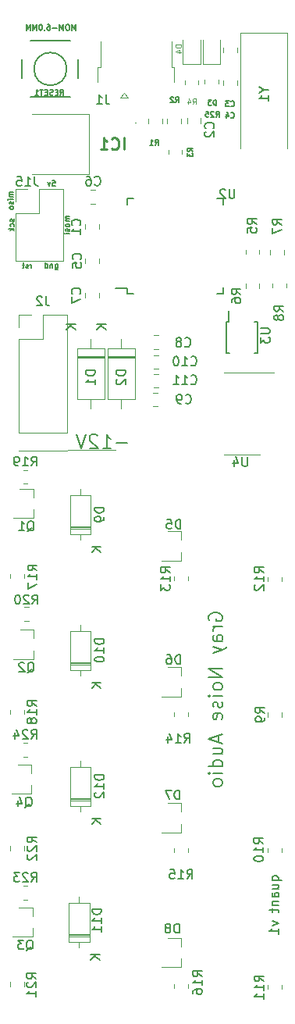
<source format=gbr>
%TF.GenerationSoftware,KiCad,Pcbnew,(5.1.9)-1*%
%TF.CreationDate,2021-05-12T23:24:28-04:00*%
%TF.ProjectId,main,6d61696e-2e6b-4696-9361-645f70636258,rev?*%
%TF.SameCoordinates,Original*%
%TF.FileFunction,Legend,Bot*%
%TF.FilePolarity,Positive*%
%FSLAX46Y46*%
G04 Gerber Fmt 4.6, Leading zero omitted, Abs format (unit mm)*
G04 Created by KiCad (PCBNEW (5.1.9)-1) date 2021-05-12 23:24:28*
%MOMM*%
%LPD*%
G01*
G04 APERTURE LIST*
%ADD10C,0.150000*%
%ADD11C,0.120000*%
%ADD12C,0.068000*%
%ADD13C,0.100000*%
%ADD14C,0.203200*%
%ADD15C,0.254000*%
%ADD16C,0.125000*%
%ADD17C,0.127000*%
G04 APERTURE END LIST*
D10*
X181090914Y-137706433D02*
X182090914Y-137706433D01*
X181709961Y-137706433D02*
X181757580Y-137611195D01*
X181757580Y-137420719D01*
X181709961Y-137325480D01*
X181662342Y-137277861D01*
X181567104Y-137230242D01*
X181281390Y-137230242D01*
X181186152Y-137277861D01*
X181138533Y-137325480D01*
X181090914Y-137420719D01*
X181090914Y-137611195D01*
X181138533Y-137706433D01*
X181090914Y-138611195D02*
X181757580Y-138611195D01*
X181090914Y-138182623D02*
X181614723Y-138182623D01*
X181709961Y-138230242D01*
X181757580Y-138325480D01*
X181757580Y-138468338D01*
X181709961Y-138563576D01*
X181662342Y-138611195D01*
X181757580Y-139515957D02*
X181233771Y-139515957D01*
X181138533Y-139468338D01*
X181090914Y-139373100D01*
X181090914Y-139182623D01*
X181138533Y-139087385D01*
X181709961Y-139515957D02*
X181757580Y-139420719D01*
X181757580Y-139182623D01*
X181709961Y-139087385D01*
X181614723Y-139039766D01*
X181519485Y-139039766D01*
X181424247Y-139087385D01*
X181376628Y-139182623D01*
X181376628Y-139420719D01*
X181329009Y-139515957D01*
X181090914Y-139992147D02*
X181757580Y-139992147D01*
X181186152Y-139992147D02*
X181138533Y-140039766D01*
X181090914Y-140135004D01*
X181090914Y-140277861D01*
X181138533Y-140373100D01*
X181233771Y-140420719D01*
X181757580Y-140420719D01*
X181090914Y-140754052D02*
X181090914Y-141135004D01*
X180757580Y-140896909D02*
X181614723Y-140896909D01*
X181709961Y-140944528D01*
X181757580Y-141039766D01*
X181757580Y-141135004D01*
X181090914Y-142135004D02*
X181757580Y-142373100D01*
X181090914Y-142611195D01*
X181757580Y-143515957D02*
X181757580Y-142944528D01*
X181757580Y-143230242D02*
X180757580Y-143230242D01*
X180900438Y-143135004D01*
X180995676Y-143039766D01*
X181043295Y-142944528D01*
X174243300Y-109513171D02*
X174171871Y-109370314D01*
X174171871Y-109156028D01*
X174243300Y-108941742D01*
X174386157Y-108798885D01*
X174529014Y-108727457D01*
X174814728Y-108656028D01*
X175029014Y-108656028D01*
X175314728Y-108727457D01*
X175457585Y-108798885D01*
X175600442Y-108941742D01*
X175671871Y-109156028D01*
X175671871Y-109298885D01*
X175600442Y-109513171D01*
X175529014Y-109584600D01*
X175029014Y-109584600D01*
X175029014Y-109298885D01*
X175671871Y-110227457D02*
X174671871Y-110227457D01*
X174957585Y-110227457D02*
X174814728Y-110298885D01*
X174743300Y-110370314D01*
X174671871Y-110513171D01*
X174671871Y-110656028D01*
X175671871Y-111798885D02*
X174886157Y-111798885D01*
X174743300Y-111727457D01*
X174671871Y-111584600D01*
X174671871Y-111298885D01*
X174743300Y-111156028D01*
X175600442Y-111798885D02*
X175671871Y-111656028D01*
X175671871Y-111298885D01*
X175600442Y-111156028D01*
X175457585Y-111084600D01*
X175314728Y-111084600D01*
X175171871Y-111156028D01*
X175100442Y-111298885D01*
X175100442Y-111656028D01*
X175029014Y-111798885D01*
X174671871Y-112370314D02*
X175671871Y-112727457D01*
X174671871Y-113084600D02*
X175671871Y-112727457D01*
X176029014Y-112584600D01*
X176100442Y-112513171D01*
X176171871Y-112370314D01*
X175671871Y-114798885D02*
X174171871Y-114798885D01*
X175671871Y-115656028D01*
X174171871Y-115656028D01*
X175671871Y-116584600D02*
X175600442Y-116441742D01*
X175529014Y-116370314D01*
X175386157Y-116298885D01*
X174957585Y-116298885D01*
X174814728Y-116370314D01*
X174743300Y-116441742D01*
X174671871Y-116584600D01*
X174671871Y-116798885D01*
X174743300Y-116941742D01*
X174814728Y-117013171D01*
X174957585Y-117084600D01*
X175386157Y-117084600D01*
X175529014Y-117013171D01*
X175600442Y-116941742D01*
X175671871Y-116798885D01*
X175671871Y-116584600D01*
X175671871Y-117727457D02*
X174671871Y-117727457D01*
X174171871Y-117727457D02*
X174243300Y-117656028D01*
X174314728Y-117727457D01*
X174243300Y-117798885D01*
X174171871Y-117727457D01*
X174314728Y-117727457D01*
X175600442Y-118370314D02*
X175671871Y-118513171D01*
X175671871Y-118798885D01*
X175600442Y-118941742D01*
X175457585Y-119013171D01*
X175386157Y-119013171D01*
X175243300Y-118941742D01*
X175171871Y-118798885D01*
X175171871Y-118584600D01*
X175100442Y-118441742D01*
X174957585Y-118370314D01*
X174886157Y-118370314D01*
X174743300Y-118441742D01*
X174671871Y-118584600D01*
X174671871Y-118798885D01*
X174743300Y-118941742D01*
X175600442Y-120227457D02*
X175671871Y-120084600D01*
X175671871Y-119798885D01*
X175600442Y-119656028D01*
X175457585Y-119584600D01*
X174886157Y-119584600D01*
X174743300Y-119656028D01*
X174671871Y-119798885D01*
X174671871Y-120084600D01*
X174743300Y-120227457D01*
X174886157Y-120298885D01*
X175029014Y-120298885D01*
X175171871Y-119584600D01*
X175243300Y-122013171D02*
X175243300Y-122727457D01*
X175671871Y-121870314D02*
X174171871Y-122370314D01*
X175671871Y-122870314D01*
X174671871Y-124013171D02*
X175671871Y-124013171D01*
X174671871Y-123370314D02*
X175457585Y-123370314D01*
X175600442Y-123441742D01*
X175671871Y-123584600D01*
X175671871Y-123798885D01*
X175600442Y-123941742D01*
X175529014Y-124013171D01*
X175671871Y-125370314D02*
X174171871Y-125370314D01*
X175600442Y-125370314D02*
X175671871Y-125227457D01*
X175671871Y-124941742D01*
X175600442Y-124798885D01*
X175529014Y-124727457D01*
X175386157Y-124656028D01*
X174957585Y-124656028D01*
X174814728Y-124727457D01*
X174743300Y-124798885D01*
X174671871Y-124941742D01*
X174671871Y-125227457D01*
X174743300Y-125370314D01*
X175671871Y-126084600D02*
X174671871Y-126084600D01*
X174171871Y-126084600D02*
X174243300Y-126013171D01*
X174314728Y-126084600D01*
X174243300Y-126156028D01*
X174171871Y-126084600D01*
X174314728Y-126084600D01*
X175671871Y-127013171D02*
X175600442Y-126870314D01*
X175529014Y-126798885D01*
X175386157Y-126727457D01*
X174957585Y-126727457D01*
X174814728Y-126798885D01*
X174743300Y-126870314D01*
X174671871Y-127013171D01*
X174671871Y-127227457D01*
X174743300Y-127370314D01*
X174814728Y-127441742D01*
X174957585Y-127513171D01*
X175386157Y-127513171D01*
X175529014Y-127441742D01*
X175600442Y-127370314D01*
X175671871Y-127227457D01*
X175671871Y-127013171D01*
X165342557Y-90327942D02*
X164199700Y-90327942D01*
X162699700Y-90899371D02*
X163556842Y-90899371D01*
X163128271Y-90899371D02*
X163128271Y-89399371D01*
X163271128Y-89613657D01*
X163413985Y-89756514D01*
X163556842Y-89827942D01*
X162128271Y-89542228D02*
X162056842Y-89470800D01*
X161913985Y-89399371D01*
X161556842Y-89399371D01*
X161413985Y-89470800D01*
X161342557Y-89542228D01*
X161271128Y-89685085D01*
X161271128Y-89827942D01*
X161342557Y-90042228D01*
X162199700Y-90899371D01*
X161271128Y-90899371D01*
X160842557Y-89399371D02*
X160342557Y-90899371D01*
X159842557Y-89399371D01*
D11*
X153555700Y-91097100D02*
X164084000Y-91046300D01*
D10*
X153001628Y-63093714D02*
X152601628Y-63093714D01*
X152658771Y-63093714D02*
X152630200Y-63122285D01*
X152601628Y-63179428D01*
X152601628Y-63265142D01*
X152630200Y-63322285D01*
X152687342Y-63350857D01*
X153001628Y-63350857D01*
X152687342Y-63350857D02*
X152630200Y-63379428D01*
X152601628Y-63436571D01*
X152601628Y-63522285D01*
X152630200Y-63579428D01*
X152687342Y-63608000D01*
X153001628Y-63608000D01*
X153001628Y-63893714D02*
X152601628Y-63893714D01*
X152401628Y-63893714D02*
X152430200Y-63865142D01*
X152458771Y-63893714D01*
X152430200Y-63922285D01*
X152401628Y-63893714D01*
X152458771Y-63893714D01*
X152973057Y-64150857D02*
X153001628Y-64208000D01*
X153001628Y-64322285D01*
X152973057Y-64379428D01*
X152915914Y-64408000D01*
X152887342Y-64408000D01*
X152830200Y-64379428D01*
X152801628Y-64322285D01*
X152801628Y-64236571D01*
X152773057Y-64179428D01*
X152715914Y-64150857D01*
X152687342Y-64150857D01*
X152630200Y-64179428D01*
X152601628Y-64236571D01*
X152601628Y-64322285D01*
X152630200Y-64379428D01*
X153001628Y-64750857D02*
X152973057Y-64693714D01*
X152944485Y-64665142D01*
X152887342Y-64636571D01*
X152715914Y-64636571D01*
X152658771Y-64665142D01*
X152630200Y-64693714D01*
X152601628Y-64750857D01*
X152601628Y-64836571D01*
X152630200Y-64893714D01*
X152658771Y-64922285D01*
X152715914Y-64950857D01*
X152887342Y-64950857D01*
X152944485Y-64922285D01*
X152973057Y-64893714D01*
X153001628Y-64836571D01*
X153001628Y-64750857D01*
X153061957Y-66033728D02*
X153090528Y-66090871D01*
X153090528Y-66205157D01*
X153061957Y-66262300D01*
X153004814Y-66290871D01*
X152976242Y-66290871D01*
X152919100Y-66262300D01*
X152890528Y-66205157D01*
X152890528Y-66119442D01*
X152861957Y-66062300D01*
X152804814Y-66033728D01*
X152776242Y-66033728D01*
X152719100Y-66062300D01*
X152690528Y-66119442D01*
X152690528Y-66205157D01*
X152719100Y-66262300D01*
X153061957Y-66805157D02*
X153090528Y-66748014D01*
X153090528Y-66633728D01*
X153061957Y-66576585D01*
X153033385Y-66548014D01*
X152976242Y-66519442D01*
X152804814Y-66519442D01*
X152747671Y-66548014D01*
X152719100Y-66576585D01*
X152690528Y-66633728D01*
X152690528Y-66748014D01*
X152719100Y-66805157D01*
X153090528Y-67062300D02*
X152490528Y-67062300D01*
X152861957Y-67119442D02*
X153090528Y-67290871D01*
X152690528Y-67290871D02*
X152919100Y-67062300D01*
X159110328Y-65773414D02*
X158710328Y-65773414D01*
X158767471Y-65773414D02*
X158738900Y-65801985D01*
X158710328Y-65859128D01*
X158710328Y-65944842D01*
X158738900Y-66001985D01*
X158796042Y-66030557D01*
X159110328Y-66030557D01*
X158796042Y-66030557D02*
X158738900Y-66059128D01*
X158710328Y-66116271D01*
X158710328Y-66201985D01*
X158738900Y-66259128D01*
X158796042Y-66287700D01*
X159110328Y-66287700D01*
X159110328Y-66659128D02*
X159081757Y-66601985D01*
X159053185Y-66573414D01*
X158996042Y-66544842D01*
X158824614Y-66544842D01*
X158767471Y-66573414D01*
X158738900Y-66601985D01*
X158710328Y-66659128D01*
X158710328Y-66744842D01*
X158738900Y-66801985D01*
X158767471Y-66830557D01*
X158824614Y-66859128D01*
X158996042Y-66859128D01*
X159053185Y-66830557D01*
X159081757Y-66801985D01*
X159110328Y-66744842D01*
X159110328Y-66659128D01*
X159081757Y-67087700D02*
X159110328Y-67144842D01*
X159110328Y-67259128D01*
X159081757Y-67316271D01*
X159024614Y-67344842D01*
X158996042Y-67344842D01*
X158938900Y-67316271D01*
X158910328Y-67259128D01*
X158910328Y-67173414D01*
X158881757Y-67116271D01*
X158824614Y-67087700D01*
X158796042Y-67087700D01*
X158738900Y-67116271D01*
X158710328Y-67173414D01*
X158710328Y-67259128D01*
X158738900Y-67316271D01*
X159110328Y-67601985D02*
X158710328Y-67601985D01*
X158510328Y-67601985D02*
X158538900Y-67573414D01*
X158567471Y-67601985D01*
X158538900Y-67630557D01*
X158510328Y-67601985D01*
X158567471Y-67601985D01*
X154990742Y-71353328D02*
X154990742Y-70953328D01*
X154990742Y-71067614D02*
X154962171Y-71010471D01*
X154933600Y-70981900D01*
X154876457Y-70953328D01*
X154819314Y-70953328D01*
X154647885Y-71324757D02*
X154590742Y-71353328D01*
X154476457Y-71353328D01*
X154419314Y-71324757D01*
X154390742Y-71267614D01*
X154390742Y-71239042D01*
X154419314Y-71181900D01*
X154476457Y-71153328D01*
X154562171Y-71153328D01*
X154619314Y-71124757D01*
X154647885Y-71067614D01*
X154647885Y-71039042D01*
X154619314Y-70981900D01*
X154562171Y-70953328D01*
X154476457Y-70953328D01*
X154419314Y-70981900D01*
X154219314Y-70953328D02*
X153990742Y-70953328D01*
X154133600Y-70753328D02*
X154133600Y-71267614D01*
X154105028Y-71324757D01*
X154047885Y-71353328D01*
X153990742Y-71353328D01*
X157564085Y-70927928D02*
X157564085Y-71413642D01*
X157592657Y-71470785D01*
X157621228Y-71499357D01*
X157678371Y-71527928D01*
X157764085Y-71527928D01*
X157821228Y-71499357D01*
X157564085Y-71299357D02*
X157621228Y-71327928D01*
X157735514Y-71327928D01*
X157792657Y-71299357D01*
X157821228Y-71270785D01*
X157849800Y-71213642D01*
X157849800Y-71042214D01*
X157821228Y-70985071D01*
X157792657Y-70956500D01*
X157735514Y-70927928D01*
X157621228Y-70927928D01*
X157564085Y-70956500D01*
X157278371Y-70927928D02*
X157278371Y-71327928D01*
X157278371Y-70985071D02*
X157249800Y-70956500D01*
X157192657Y-70927928D01*
X157106942Y-70927928D01*
X157049800Y-70956500D01*
X157021228Y-71013642D01*
X157021228Y-71327928D01*
X156478371Y-71327928D02*
X156478371Y-70727928D01*
X156478371Y-71299357D02*
X156535514Y-71327928D01*
X156649800Y-71327928D01*
X156706942Y-71299357D01*
X156735514Y-71270785D01*
X156764085Y-71213642D01*
X156764085Y-71042214D01*
X156735514Y-70985071D01*
X156706942Y-70956500D01*
X156649800Y-70927928D01*
X156535514Y-70927928D01*
X156478371Y-70956500D01*
X157235514Y-61850628D02*
X157521228Y-61850628D01*
X157549800Y-62136342D01*
X157521228Y-62107771D01*
X157464085Y-62079200D01*
X157321228Y-62079200D01*
X157264085Y-62107771D01*
X157235514Y-62136342D01*
X157206942Y-62193485D01*
X157206942Y-62336342D01*
X157235514Y-62393485D01*
X157264085Y-62422057D01*
X157321228Y-62450628D01*
X157464085Y-62450628D01*
X157521228Y-62422057D01*
X157549800Y-62393485D01*
X157006942Y-62050628D02*
X156864085Y-62450628D01*
X156721228Y-62050628D01*
D11*
%TO.C,J15*%
X154559000Y-62805000D02*
X153229000Y-62805000D01*
X153229000Y-62805000D02*
X153229000Y-64135000D01*
X155829000Y-62805000D02*
X155829000Y-65405000D01*
X155829000Y-65405000D02*
X153229000Y-65405000D01*
X153229000Y-65405000D02*
X153229000Y-70545000D01*
X158429000Y-70545000D02*
X153229000Y-70545000D01*
X158429000Y-62805000D02*
X158429000Y-70545000D01*
X158429000Y-62805000D02*
X155829000Y-62805000D01*
D12*
%TO.C,IC1*%
X166291000Y-55604000D02*
X166291000Y-55604000D01*
X166223000Y-55604000D02*
X166223000Y-55604000D01*
D13*
X161175000Y-61162000D02*
X155075000Y-61162000D01*
X161175000Y-54662000D02*
X161175000Y-61162000D01*
X155075000Y-54662000D02*
X161175000Y-54662000D01*
D12*
X166223000Y-55604000D02*
G75*
G03*
X166291000Y-55604000I34000J0D01*
G01*
X166291000Y-55604000D02*
G75*
G03*
X166223000Y-55604000I-34000J0D01*
G01*
D11*
%TO.C,R25*%
X175233000Y-50930436D02*
X175233000Y-51384564D01*
X173763000Y-50930436D02*
X173763000Y-51384564D01*
%TO.C,J2*%
X158810000Y-76394000D02*
X156210000Y-76394000D01*
X158810000Y-76394000D02*
X158810000Y-89214000D01*
X158810000Y-89214000D02*
X153610000Y-89214000D01*
X153610000Y-78994000D02*
X153610000Y-89214000D01*
X156210000Y-78994000D02*
X153610000Y-78994000D01*
X156210000Y-76394000D02*
X156210000Y-78994000D01*
X153610000Y-76394000D02*
X153610000Y-77724000D01*
X154940000Y-76394000D02*
X153610000Y-76394000D01*
%TO.C,C1*%
X160809000Y-66606748D02*
X160809000Y-67129252D01*
X162279000Y-66606748D02*
X162279000Y-67129252D01*
%TO.C,C2*%
X171858000Y-55633252D02*
X171858000Y-55110748D01*
X173328000Y-55633252D02*
X173328000Y-55110748D01*
%TO.C,C3*%
X177265000Y-47424748D02*
X177265000Y-47947252D01*
X175795000Y-47424748D02*
X175795000Y-47947252D01*
%TO.C,C4*%
X177265000Y-51503252D02*
X177265000Y-50980748D01*
X175795000Y-51503252D02*
X175795000Y-50980748D01*
%TO.C,C5*%
X162279000Y-70812252D02*
X162279000Y-70289748D01*
X160809000Y-70812252D02*
X160809000Y-70289748D01*
%TO.C,C6*%
X161932252Y-64362000D02*
X161409748Y-64362000D01*
X161932252Y-62892000D02*
X161409748Y-62892000D01*
%TO.C,C7*%
X162279000Y-74033748D02*
X162279000Y-74556252D01*
X160809000Y-74033748D02*
X160809000Y-74556252D01*
%TO.C,C8*%
X168729252Y-78640000D02*
X168206748Y-78640000D01*
X168729252Y-80110000D02*
X168206748Y-80110000D01*
%TO.C,C9*%
X168140748Y-84863000D02*
X168663252Y-84863000D01*
X168140748Y-86333000D02*
X168663252Y-86333000D01*
%TO.C,C10*%
X168724252Y-80799000D02*
X168201748Y-80799000D01*
X168724252Y-82269000D02*
X168201748Y-82269000D01*
%TO.C,C11*%
X168201748Y-82831000D02*
X168724252Y-82831000D01*
X168201748Y-84301000D02*
X168724252Y-84301000D01*
%TO.C,D1*%
X159947000Y-80864000D02*
X162887000Y-80864000D01*
X159947000Y-81104000D02*
X162887000Y-81104000D01*
X159947000Y-80984000D02*
X162887000Y-80984000D01*
X161417000Y-86544000D02*
X161417000Y-85524000D01*
X161417000Y-79064000D02*
X161417000Y-80084000D01*
X159947000Y-85524000D02*
X159947000Y-80084000D01*
X162887000Y-85524000D02*
X159947000Y-85524000D01*
X162887000Y-80084000D02*
X162887000Y-85524000D01*
X159947000Y-80084000D02*
X162887000Y-80084000D01*
%TO.C,D2*%
X163249000Y-80084000D02*
X166189000Y-80084000D01*
X166189000Y-80084000D02*
X166189000Y-85524000D01*
X166189000Y-85524000D02*
X163249000Y-85524000D01*
X163249000Y-85524000D02*
X163249000Y-80084000D01*
X164719000Y-79064000D02*
X164719000Y-80084000D01*
X164719000Y-86544000D02*
X164719000Y-85524000D01*
X163249000Y-80984000D02*
X166189000Y-80984000D01*
X163249000Y-81104000D02*
X166189000Y-81104000D01*
X163249000Y-80864000D02*
X166189000Y-80864000D01*
%TO.C,D3*%
X175458000Y-46576500D02*
X175458000Y-49261500D01*
X175458000Y-49261500D02*
X173538000Y-49261500D01*
X173538000Y-49261500D02*
X173538000Y-46576500D01*
%TO.C,D4*%
X171379000Y-49261500D02*
X171379000Y-46576500D01*
X173299000Y-49261500D02*
X171379000Y-49261500D01*
X173299000Y-46576500D02*
X173299000Y-49261500D01*
%TO.C,D5*%
X171210000Y-99893000D02*
X171210000Y-100823000D01*
X171210000Y-103053000D02*
X171210000Y-102123000D01*
X171210000Y-103053000D02*
X169050000Y-103053000D01*
X171210000Y-99893000D02*
X169750000Y-99893000D01*
%TO.C,D6*%
X171210000Y-114625000D02*
X169750000Y-114625000D01*
X171210000Y-117785000D02*
X169050000Y-117785000D01*
X171210000Y-117785000D02*
X171210000Y-116855000D01*
X171210000Y-114625000D02*
X171210000Y-115555000D01*
%TO.C,D7*%
X171210000Y-129357000D02*
X169750000Y-129357000D01*
X171210000Y-132517000D02*
X169050000Y-132517000D01*
X171210000Y-132517000D02*
X171210000Y-131587000D01*
X171210000Y-129357000D02*
X171210000Y-130287000D01*
%TO.C,D8*%
X171210000Y-143962000D02*
X171210000Y-144892000D01*
X171210000Y-147122000D02*
X171210000Y-146192000D01*
X171210000Y-147122000D02*
X169050000Y-147122000D01*
X171210000Y-143962000D02*
X169750000Y-143962000D01*
%TO.C,D9*%
X161394000Y-99564000D02*
X159154000Y-99564000D01*
X161394000Y-99324000D02*
X159154000Y-99324000D01*
X161394000Y-99444000D02*
X159154000Y-99444000D01*
X160274000Y-95274000D02*
X160274000Y-95924000D01*
X160274000Y-100814000D02*
X160274000Y-100164000D01*
X161394000Y-95924000D02*
X161394000Y-100164000D01*
X159154000Y-95924000D02*
X161394000Y-95924000D01*
X159154000Y-100164000D02*
X159154000Y-95924000D01*
X161394000Y-100164000D02*
X159154000Y-100164000D01*
%TO.C,D10*%
X161394000Y-114896000D02*
X159154000Y-114896000D01*
X159154000Y-114896000D02*
X159154000Y-110656000D01*
X159154000Y-110656000D02*
X161394000Y-110656000D01*
X161394000Y-110656000D02*
X161394000Y-114896000D01*
X160274000Y-115546000D02*
X160274000Y-114896000D01*
X160274000Y-110006000D02*
X160274000Y-110656000D01*
X161394000Y-114176000D02*
X159154000Y-114176000D01*
X161394000Y-114056000D02*
X159154000Y-114056000D01*
X161394000Y-114296000D02*
X159154000Y-114296000D01*
%TO.C,D11*%
X161267000Y-144360000D02*
X159027000Y-144360000D01*
X159027000Y-144360000D02*
X159027000Y-140120000D01*
X159027000Y-140120000D02*
X161267000Y-140120000D01*
X161267000Y-140120000D02*
X161267000Y-144360000D01*
X160147000Y-145010000D02*
X160147000Y-144360000D01*
X160147000Y-139470000D02*
X160147000Y-140120000D01*
X161267000Y-143640000D02*
X159027000Y-143640000D01*
X161267000Y-143520000D02*
X159027000Y-143520000D01*
X161267000Y-143760000D02*
X159027000Y-143760000D01*
%TO.C,D12*%
X161394000Y-129028000D02*
X159154000Y-129028000D01*
X161394000Y-128788000D02*
X159154000Y-128788000D01*
X161394000Y-128908000D02*
X159154000Y-128908000D01*
X160274000Y-124738000D02*
X160274000Y-125388000D01*
X160274000Y-130278000D02*
X160274000Y-129628000D01*
X161394000Y-125388000D02*
X161394000Y-129628000D01*
X159154000Y-125388000D02*
X161394000Y-125388000D01*
X159154000Y-129628000D02*
X159154000Y-125388000D01*
X161394000Y-129628000D02*
X159154000Y-129628000D01*
%TO.C,J1*%
X165014000Y-52383000D02*
X164614000Y-52833000D01*
X164614000Y-52833000D02*
X165414000Y-52833000D01*
X165414000Y-52833000D02*
X165014000Y-52383000D01*
X170164000Y-46783000D02*
X170164000Y-49583000D01*
X170164000Y-49583000D02*
X170464000Y-49583000D01*
X170464000Y-49583000D02*
X170464000Y-51133000D01*
X162464000Y-46783000D02*
X162464000Y-49583000D01*
X162164000Y-49583000D02*
X162464000Y-49583000D01*
X162164000Y-49583000D02*
X162164000Y-51133000D01*
%TO.C,Q1*%
X155176000Y-95260000D02*
X155176000Y-96190000D01*
X155176000Y-98420000D02*
X155176000Y-97490000D01*
X155176000Y-98420000D02*
X153016000Y-98420000D01*
X155176000Y-95260000D02*
X153716000Y-95260000D01*
%TO.C,Q2*%
X155192000Y-110561000D02*
X153732000Y-110561000D01*
X155192000Y-113721000D02*
X153032000Y-113721000D01*
X155192000Y-113721000D02*
X155192000Y-112791000D01*
X155192000Y-110561000D02*
X155192000Y-111491000D01*
%TO.C,Q3*%
X155081000Y-140660000D02*
X155081000Y-141590000D01*
X155081000Y-143820000D02*
X155081000Y-142890000D01*
X155081000Y-143820000D02*
X152921000Y-143820000D01*
X155081000Y-140660000D02*
X153621000Y-140660000D01*
%TO.C,Q4*%
X154954000Y-125166000D02*
X153494000Y-125166000D01*
X154954000Y-128326000D02*
X152794000Y-128326000D01*
X154954000Y-128326000D02*
X154954000Y-127396000D01*
X154954000Y-125166000D02*
X154954000Y-126096000D01*
%TO.C,R1*%
X169137000Y-55622564D02*
X169137000Y-55168436D01*
X167667000Y-55622564D02*
X167667000Y-55168436D01*
%TO.C,R2*%
X169699000Y-55622564D02*
X169699000Y-55168436D01*
X171169000Y-55622564D02*
X171169000Y-55168436D01*
%TO.C,R3*%
X171296000Y-59004564D02*
X171296000Y-58550436D01*
X169826000Y-59004564D02*
X169826000Y-58550436D01*
%TO.C,R4*%
X171604000Y-50977436D02*
X171604000Y-51431564D01*
X173074000Y-50977436D02*
X173074000Y-51431564D01*
%TO.C,R5*%
X179678000Y-69368936D02*
X179678000Y-69823064D01*
X178208000Y-69368936D02*
X178208000Y-69823064D01*
%TO.C,R6*%
X179678000Y-73051936D02*
X179678000Y-73506064D01*
X178208000Y-73051936D02*
X178208000Y-73506064D01*
%TO.C,R7*%
X180875000Y-69392436D02*
X180875000Y-69846564D01*
X182345000Y-69392436D02*
X182345000Y-69846564D01*
%TO.C,R8*%
X181129000Y-73028436D02*
X181129000Y-73482564D01*
X182599000Y-73028436D02*
X182599000Y-73482564D01*
%TO.C,R9*%
X182091000Y-119988064D02*
X182091000Y-119533936D01*
X180621000Y-119988064D02*
X180621000Y-119533936D01*
%TO.C,R10*%
X180621000Y-134696564D02*
X180621000Y-134242436D01*
X182091000Y-134696564D02*
X182091000Y-134242436D01*
%TO.C,R11*%
X182091000Y-149475564D02*
X182091000Y-149021436D01*
X180621000Y-149475564D02*
X180621000Y-149021436D01*
%TO.C,R12*%
X180621000Y-105279564D02*
X180621000Y-104825436D01*
X182091000Y-105279564D02*
X182091000Y-104825436D01*
%TO.C,R13*%
X171931000Y-104778436D02*
X171931000Y-105232564D01*
X170461000Y-104778436D02*
X170461000Y-105232564D01*
%TO.C,R14*%
X170461000Y-119510436D02*
X170461000Y-119964564D01*
X171931000Y-119510436D02*
X171931000Y-119964564D01*
%TO.C,R15*%
X171931000Y-134242436D02*
X171931000Y-134696564D01*
X170461000Y-134242436D02*
X170461000Y-134696564D01*
%TO.C,R16*%
X170461000Y-148974436D02*
X170461000Y-149428564D01*
X171931000Y-148974436D02*
X171931000Y-149428564D01*
%TO.C,R17*%
X154151000Y-104524436D02*
X154151000Y-104978564D01*
X152681000Y-104524436D02*
X152681000Y-104978564D01*
%TO.C,R18*%
X154151000Y-119256436D02*
X154151000Y-119710564D01*
X152681000Y-119256436D02*
X152681000Y-119710564D01*
%TO.C,R19*%
X154555564Y-93245000D02*
X154101436Y-93245000D01*
X154555564Y-94715000D02*
X154101436Y-94715000D01*
%TO.C,R20*%
X154682564Y-108104000D02*
X154228436Y-108104000D01*
X154682564Y-109574000D02*
X154228436Y-109574000D01*
%TO.C,R21*%
X154151000Y-148743936D02*
X154151000Y-149198064D01*
X152681000Y-148743936D02*
X152681000Y-149198064D01*
%TO.C,R22*%
X154151000Y-134011936D02*
X154151000Y-134466064D01*
X152681000Y-134011936D02*
X152681000Y-134466064D01*
%TO.C,R23*%
X154555564Y-138330000D02*
X154101436Y-138330000D01*
X154555564Y-139800000D02*
X154101436Y-139800000D01*
%TO.C,R24*%
X154532064Y-124306000D02*
X154077936Y-124306000D01*
X154532064Y-122836000D02*
X154077936Y-122836000D01*
D14*
%TO.C,RESET1*%
X158800800Y-49758600D02*
G75*
G03*
X158800800Y-49758600I-1778000J0D01*
G01*
X153974800Y-50784760D02*
X153974800Y-48742600D01*
X160070800Y-50754280D02*
X160070800Y-48742600D01*
X154863800Y-46710600D02*
X159181800Y-46710600D01*
X159181800Y-52806600D02*
X154863800Y-52806600D01*
D10*
%TO.C,U2*%
X165386000Y-73561000D02*
X164111000Y-73561000D01*
X175736000Y-74136000D02*
X175061000Y-74136000D01*
X175736000Y-63786000D02*
X175061000Y-63786000D01*
X165386000Y-63786000D02*
X166061000Y-63786000D01*
X165386000Y-74136000D02*
X166061000Y-74136000D01*
X165386000Y-63786000D02*
X165386000Y-64461000D01*
X175736000Y-63786000D02*
X175736000Y-64461000D01*
X175736000Y-74136000D02*
X175736000Y-73461000D01*
X165386000Y-74136000D02*
X165386000Y-73561000D01*
%TO.C,U3*%
X176350000Y-77192000D02*
X176350000Y-75967000D01*
X179475000Y-77192000D02*
X179475000Y-80542000D01*
X176125000Y-77192000D02*
X176125000Y-80542000D01*
X179475000Y-77192000D02*
X179175000Y-77192000D01*
X179475000Y-80542000D02*
X179175000Y-80542000D01*
X176125000Y-80542000D02*
X176425000Y-80542000D01*
X176125000Y-77192000D02*
X176350000Y-77192000D01*
D11*
%TO.C,U4*%
X177800000Y-82687000D02*
X181250000Y-82687000D01*
X177800000Y-82687000D02*
X175850000Y-82687000D01*
X177800000Y-91557000D02*
X179750000Y-91557000D01*
X177800000Y-91557000D02*
X175850000Y-91557000D01*
%TO.C,Y1*%
X182763000Y-45810000D02*
X182763000Y-58410000D01*
X177663000Y-45810000D02*
X182763000Y-45810000D01*
X177663000Y-58410000D02*
X177663000Y-45810000D01*
%TO.C,J15*%
D10*
X155305023Y-61428380D02*
X155305023Y-62142666D01*
X155352642Y-62285523D01*
X155447880Y-62380761D01*
X155590738Y-62428380D01*
X155685976Y-62428380D01*
X154305023Y-62428380D02*
X154876452Y-62428380D01*
X154590738Y-62428380D02*
X154590738Y-61428380D01*
X154685976Y-61571238D01*
X154781214Y-61666476D01*
X154876452Y-61714095D01*
X153400261Y-61428380D02*
X153876452Y-61428380D01*
X153924071Y-61904571D01*
X153876452Y-61856952D01*
X153781214Y-61809333D01*
X153543119Y-61809333D01*
X153447880Y-61856952D01*
X153400261Y-61904571D01*
X153352642Y-61999809D01*
X153352642Y-62237904D01*
X153400261Y-62333142D01*
X153447880Y-62380761D01*
X153543119Y-62428380D01*
X153781214Y-62428380D01*
X153876452Y-62380761D01*
X153924071Y-62333142D01*
%TO.C,IC1*%
D15*
X165006261Y-58486523D02*
X165006261Y-57216523D01*
X163675785Y-58365571D02*
X163736261Y-58426047D01*
X163917690Y-58486523D01*
X164038642Y-58486523D01*
X164220071Y-58426047D01*
X164341023Y-58305095D01*
X164401500Y-58184142D01*
X164461976Y-57942238D01*
X164461976Y-57760809D01*
X164401500Y-57518904D01*
X164341023Y-57397952D01*
X164220071Y-57277000D01*
X164038642Y-57216523D01*
X163917690Y-57216523D01*
X163736261Y-57277000D01*
X163675785Y-57337476D01*
X162466261Y-58486523D02*
X163191976Y-58486523D01*
X162829119Y-58486523D02*
X162829119Y-57216523D01*
X162950071Y-57397952D01*
X163071023Y-57518904D01*
X163191976Y-57579380D01*
%TO.C,R25*%
D10*
X174998014Y-54970328D02*
X175198014Y-54684614D01*
X175340871Y-54970328D02*
X175340871Y-54370328D01*
X175112300Y-54370328D01*
X175055157Y-54398900D01*
X175026585Y-54427471D01*
X174998014Y-54484614D01*
X174998014Y-54570328D01*
X175026585Y-54627471D01*
X175055157Y-54656042D01*
X175112300Y-54684614D01*
X175340871Y-54684614D01*
X174769442Y-54427471D02*
X174740871Y-54398900D01*
X174683728Y-54370328D01*
X174540871Y-54370328D01*
X174483728Y-54398900D01*
X174455157Y-54427471D01*
X174426585Y-54484614D01*
X174426585Y-54541757D01*
X174455157Y-54627471D01*
X174798014Y-54970328D01*
X174426585Y-54970328D01*
X173883728Y-54370328D02*
X174169442Y-54370328D01*
X174198014Y-54656042D01*
X174169442Y-54627471D01*
X174112300Y-54598900D01*
X173969442Y-54598900D01*
X173912300Y-54627471D01*
X173883728Y-54656042D01*
X173855157Y-54713185D01*
X173855157Y-54856042D01*
X173883728Y-54913185D01*
X173912300Y-54941757D01*
X173969442Y-54970328D01*
X174112300Y-54970328D01*
X174169442Y-54941757D01*
X174198014Y-54913185D01*
%TO.C,J2*%
X156543333Y-74406380D02*
X156543333Y-75120666D01*
X156590952Y-75263523D01*
X156686190Y-75358761D01*
X156829047Y-75406380D01*
X156924285Y-75406380D01*
X156114761Y-74501619D02*
X156067142Y-74454000D01*
X155971904Y-74406380D01*
X155733809Y-74406380D01*
X155638571Y-74454000D01*
X155590952Y-74501619D01*
X155543333Y-74596857D01*
X155543333Y-74692095D01*
X155590952Y-74834952D01*
X156162380Y-75406380D01*
X155543333Y-75406380D01*
%TO.C,C1*%
X160221142Y-66701333D02*
X160268761Y-66653714D01*
X160316380Y-66510857D01*
X160316380Y-66415619D01*
X160268761Y-66272761D01*
X160173523Y-66177523D01*
X160078285Y-66129904D01*
X159887809Y-66082285D01*
X159744952Y-66082285D01*
X159554476Y-66129904D01*
X159459238Y-66177523D01*
X159364000Y-66272761D01*
X159316380Y-66415619D01*
X159316380Y-66510857D01*
X159364000Y-66653714D01*
X159411619Y-66701333D01*
X160316380Y-67653714D02*
X160316380Y-67082285D01*
X160316380Y-67368000D02*
X159316380Y-67368000D01*
X159459238Y-67272761D01*
X159554476Y-67177523D01*
X159602095Y-67082285D01*
%TO.C,C2*%
X174690042Y-56183233D02*
X174737661Y-56135614D01*
X174785280Y-55992757D01*
X174785280Y-55897519D01*
X174737661Y-55754661D01*
X174642423Y-55659423D01*
X174547185Y-55611804D01*
X174356709Y-55564185D01*
X174213852Y-55564185D01*
X174023376Y-55611804D01*
X173928138Y-55659423D01*
X173832900Y-55754661D01*
X173785280Y-55897519D01*
X173785280Y-55992757D01*
X173832900Y-56135614D01*
X173880519Y-56183233D01*
X173880519Y-56564185D02*
X173832900Y-56611804D01*
X173785280Y-56707042D01*
X173785280Y-56945138D01*
X173832900Y-57040376D01*
X173880519Y-57087995D01*
X173975757Y-57135614D01*
X174070995Y-57135614D01*
X174213852Y-57087995D01*
X174785280Y-56516566D01*
X174785280Y-57135614D01*
%TO.C,C3*%
X176617300Y-53782885D02*
X176645871Y-53811457D01*
X176731585Y-53840028D01*
X176788728Y-53840028D01*
X176874442Y-53811457D01*
X176931585Y-53754314D01*
X176960157Y-53697171D01*
X176988728Y-53582885D01*
X176988728Y-53497171D01*
X176960157Y-53382885D01*
X176931585Y-53325742D01*
X176874442Y-53268600D01*
X176788728Y-53240028D01*
X176731585Y-53240028D01*
X176645871Y-53268600D01*
X176617300Y-53297171D01*
X176417300Y-53240028D02*
X176045871Y-53240028D01*
X176245871Y-53468600D01*
X176160157Y-53468600D01*
X176103014Y-53497171D01*
X176074442Y-53525742D01*
X176045871Y-53582885D01*
X176045871Y-53725742D01*
X176074442Y-53782885D01*
X176103014Y-53811457D01*
X176160157Y-53840028D01*
X176331585Y-53840028D01*
X176388728Y-53811457D01*
X176417300Y-53782885D01*
%TO.C,C4*%
X176604600Y-55002085D02*
X176633171Y-55030657D01*
X176718885Y-55059228D01*
X176776028Y-55059228D01*
X176861742Y-55030657D01*
X176918885Y-54973514D01*
X176947457Y-54916371D01*
X176976028Y-54802085D01*
X176976028Y-54716371D01*
X176947457Y-54602085D01*
X176918885Y-54544942D01*
X176861742Y-54487800D01*
X176776028Y-54459228D01*
X176718885Y-54459228D01*
X176633171Y-54487800D01*
X176604600Y-54516371D01*
X176090314Y-54659228D02*
X176090314Y-55059228D01*
X176233171Y-54430657D02*
X176376028Y-54859228D01*
X176004600Y-54859228D01*
%TO.C,C5*%
X160313642Y-70381833D02*
X160361261Y-70334214D01*
X160408880Y-70191357D01*
X160408880Y-70096119D01*
X160361261Y-69953261D01*
X160266023Y-69858023D01*
X160170785Y-69810404D01*
X159980309Y-69762785D01*
X159837452Y-69762785D01*
X159646976Y-69810404D01*
X159551738Y-69858023D01*
X159456500Y-69953261D01*
X159408880Y-70096119D01*
X159408880Y-70191357D01*
X159456500Y-70334214D01*
X159504119Y-70381833D01*
X159408880Y-71286595D02*
X159408880Y-70810404D01*
X159885071Y-70762785D01*
X159837452Y-70810404D01*
X159789833Y-70905642D01*
X159789833Y-71143738D01*
X159837452Y-71238976D01*
X159885071Y-71286595D01*
X159980309Y-71334214D01*
X160218404Y-71334214D01*
X160313642Y-71286595D01*
X160361261Y-71238976D01*
X160408880Y-71143738D01*
X160408880Y-70905642D01*
X160361261Y-70810404D01*
X160313642Y-70762785D01*
%TO.C,C6*%
X161837666Y-62304142D02*
X161885285Y-62351761D01*
X162028142Y-62399380D01*
X162123380Y-62399380D01*
X162266238Y-62351761D01*
X162361476Y-62256523D01*
X162409095Y-62161285D01*
X162456714Y-61970809D01*
X162456714Y-61827952D01*
X162409095Y-61637476D01*
X162361476Y-61542238D01*
X162266238Y-61447000D01*
X162123380Y-61399380D01*
X162028142Y-61399380D01*
X161885285Y-61447000D01*
X161837666Y-61494619D01*
X160980523Y-61399380D02*
X161171000Y-61399380D01*
X161266238Y-61447000D01*
X161313857Y-61494619D01*
X161409095Y-61637476D01*
X161456714Y-61827952D01*
X161456714Y-62208904D01*
X161409095Y-62304142D01*
X161361476Y-62351761D01*
X161266238Y-62399380D01*
X161075761Y-62399380D01*
X160980523Y-62351761D01*
X160932904Y-62304142D01*
X160885285Y-62208904D01*
X160885285Y-61970809D01*
X160932904Y-61875571D01*
X160980523Y-61827952D01*
X161075761Y-61780333D01*
X161266238Y-61780333D01*
X161361476Y-61827952D01*
X161409095Y-61875571D01*
X161456714Y-61970809D01*
%TO.C,C7*%
X160221142Y-74128333D02*
X160268761Y-74080714D01*
X160316380Y-73937857D01*
X160316380Y-73842619D01*
X160268761Y-73699761D01*
X160173523Y-73604523D01*
X160078285Y-73556904D01*
X159887809Y-73509285D01*
X159744952Y-73509285D01*
X159554476Y-73556904D01*
X159459238Y-73604523D01*
X159364000Y-73699761D01*
X159316380Y-73842619D01*
X159316380Y-73937857D01*
X159364000Y-74080714D01*
X159411619Y-74128333D01*
X159316380Y-74461666D02*
X159316380Y-75128333D01*
X160316380Y-74699761D01*
%TO.C,C8*%
X171616666Y-79795642D02*
X171664285Y-79843261D01*
X171807142Y-79890880D01*
X171902380Y-79890880D01*
X172045238Y-79843261D01*
X172140476Y-79748023D01*
X172188095Y-79652785D01*
X172235714Y-79462309D01*
X172235714Y-79319452D01*
X172188095Y-79128976D01*
X172140476Y-79033738D01*
X172045238Y-78938500D01*
X171902380Y-78890880D01*
X171807142Y-78890880D01*
X171664285Y-78938500D01*
X171616666Y-78986119D01*
X171045238Y-79319452D02*
X171140476Y-79271833D01*
X171188095Y-79224214D01*
X171235714Y-79128976D01*
X171235714Y-79081357D01*
X171188095Y-78986119D01*
X171140476Y-78938500D01*
X171045238Y-78890880D01*
X170854761Y-78890880D01*
X170759523Y-78938500D01*
X170711904Y-78986119D01*
X170664285Y-79081357D01*
X170664285Y-79128976D01*
X170711904Y-79224214D01*
X170759523Y-79271833D01*
X170854761Y-79319452D01*
X171045238Y-79319452D01*
X171140476Y-79367071D01*
X171188095Y-79414690D01*
X171235714Y-79509928D01*
X171235714Y-79700404D01*
X171188095Y-79795642D01*
X171140476Y-79843261D01*
X171045238Y-79890880D01*
X170854761Y-79890880D01*
X170759523Y-79843261D01*
X170711904Y-79795642D01*
X170664285Y-79700404D01*
X170664285Y-79509928D01*
X170711904Y-79414690D01*
X170759523Y-79367071D01*
X170854761Y-79319452D01*
%TO.C,C9*%
X171680166Y-85955142D02*
X171727785Y-86002761D01*
X171870642Y-86050380D01*
X171965880Y-86050380D01*
X172108738Y-86002761D01*
X172203976Y-85907523D01*
X172251595Y-85812285D01*
X172299214Y-85621809D01*
X172299214Y-85478952D01*
X172251595Y-85288476D01*
X172203976Y-85193238D01*
X172108738Y-85098000D01*
X171965880Y-85050380D01*
X171870642Y-85050380D01*
X171727785Y-85098000D01*
X171680166Y-85145619D01*
X171203976Y-86050380D02*
X171013500Y-86050380D01*
X170918261Y-86002761D01*
X170870642Y-85955142D01*
X170775404Y-85812285D01*
X170727785Y-85621809D01*
X170727785Y-85240857D01*
X170775404Y-85145619D01*
X170823023Y-85098000D01*
X170918261Y-85050380D01*
X171108738Y-85050380D01*
X171203976Y-85098000D01*
X171251595Y-85145619D01*
X171299214Y-85240857D01*
X171299214Y-85478952D01*
X171251595Y-85574190D01*
X171203976Y-85621809D01*
X171108738Y-85669428D01*
X170918261Y-85669428D01*
X170823023Y-85621809D01*
X170775404Y-85574190D01*
X170727785Y-85478952D01*
%TO.C,C10*%
X172283357Y-81827642D02*
X172330976Y-81875261D01*
X172473833Y-81922880D01*
X172569071Y-81922880D01*
X172711928Y-81875261D01*
X172807166Y-81780023D01*
X172854785Y-81684785D01*
X172902404Y-81494309D01*
X172902404Y-81351452D01*
X172854785Y-81160976D01*
X172807166Y-81065738D01*
X172711928Y-80970500D01*
X172569071Y-80922880D01*
X172473833Y-80922880D01*
X172330976Y-80970500D01*
X172283357Y-81018119D01*
X171330976Y-81922880D02*
X171902404Y-81922880D01*
X171616690Y-81922880D02*
X171616690Y-80922880D01*
X171711928Y-81065738D01*
X171807166Y-81160976D01*
X171902404Y-81208595D01*
X170711928Y-80922880D02*
X170616690Y-80922880D01*
X170521452Y-80970500D01*
X170473833Y-81018119D01*
X170426214Y-81113357D01*
X170378595Y-81303833D01*
X170378595Y-81541928D01*
X170426214Y-81732404D01*
X170473833Y-81827642D01*
X170521452Y-81875261D01*
X170616690Y-81922880D01*
X170711928Y-81922880D01*
X170807166Y-81875261D01*
X170854785Y-81827642D01*
X170902404Y-81732404D01*
X170950023Y-81541928D01*
X170950023Y-81303833D01*
X170902404Y-81113357D01*
X170854785Y-81018119D01*
X170807166Y-80970500D01*
X170711928Y-80922880D01*
%TO.C,C11*%
X172283357Y-83859642D02*
X172330976Y-83907261D01*
X172473833Y-83954880D01*
X172569071Y-83954880D01*
X172711928Y-83907261D01*
X172807166Y-83812023D01*
X172854785Y-83716785D01*
X172902404Y-83526309D01*
X172902404Y-83383452D01*
X172854785Y-83192976D01*
X172807166Y-83097738D01*
X172711928Y-83002500D01*
X172569071Y-82954880D01*
X172473833Y-82954880D01*
X172330976Y-83002500D01*
X172283357Y-83050119D01*
X171330976Y-83954880D02*
X171902404Y-83954880D01*
X171616690Y-83954880D02*
X171616690Y-82954880D01*
X171711928Y-83097738D01*
X171807166Y-83192976D01*
X171902404Y-83240595D01*
X170378595Y-83954880D02*
X170950023Y-83954880D01*
X170664309Y-83954880D02*
X170664309Y-82954880D01*
X170759547Y-83097738D01*
X170854785Y-83192976D01*
X170950023Y-83240595D01*
%TO.C,D1*%
X161869380Y-82446904D02*
X160869380Y-82446904D01*
X160869380Y-82685000D01*
X160917000Y-82827857D01*
X161012238Y-82923095D01*
X161107476Y-82970714D01*
X161297952Y-83018333D01*
X161440809Y-83018333D01*
X161631285Y-82970714D01*
X161726523Y-82923095D01*
X161821761Y-82827857D01*
X161869380Y-82685000D01*
X161869380Y-82446904D01*
X161869380Y-83970714D02*
X161869380Y-83399285D01*
X161869380Y-83685000D02*
X160869380Y-83685000D01*
X161012238Y-83589761D01*
X161107476Y-83494523D01*
X161155095Y-83399285D01*
X159769380Y-77462095D02*
X158769380Y-77462095D01*
X159769380Y-78033523D02*
X159197952Y-77604952D01*
X158769380Y-78033523D02*
X159340809Y-77462095D01*
%TO.C,D2*%
X165171380Y-82446904D02*
X164171380Y-82446904D01*
X164171380Y-82685000D01*
X164219000Y-82827857D01*
X164314238Y-82923095D01*
X164409476Y-82970714D01*
X164599952Y-83018333D01*
X164742809Y-83018333D01*
X164933285Y-82970714D01*
X165028523Y-82923095D01*
X165123761Y-82827857D01*
X165171380Y-82685000D01*
X165171380Y-82446904D01*
X164266619Y-83399285D02*
X164219000Y-83446904D01*
X164171380Y-83542142D01*
X164171380Y-83780238D01*
X164219000Y-83875476D01*
X164266619Y-83923095D01*
X164361857Y-83970714D01*
X164457095Y-83970714D01*
X164599952Y-83923095D01*
X165171380Y-83351666D01*
X165171380Y-83970714D01*
X163071380Y-77462095D02*
X162071380Y-77462095D01*
X163071380Y-78033523D02*
X162499952Y-77604952D01*
X162071380Y-78033523D02*
X162642809Y-77462095D01*
%TO.C,D3*%
X175042457Y-53700328D02*
X175042457Y-53100328D01*
X174899600Y-53100328D01*
X174813885Y-53128900D01*
X174756742Y-53186042D01*
X174728171Y-53243185D01*
X174699600Y-53357471D01*
X174699600Y-53443185D01*
X174728171Y-53557471D01*
X174756742Y-53614614D01*
X174813885Y-53671757D01*
X174899600Y-53700328D01*
X175042457Y-53700328D01*
X174499600Y-53100328D02*
X174128171Y-53100328D01*
X174328171Y-53328900D01*
X174242457Y-53328900D01*
X174185314Y-53357471D01*
X174156742Y-53386042D01*
X174128171Y-53443185D01*
X174128171Y-53586042D01*
X174156742Y-53643185D01*
X174185314Y-53671757D01*
X174242457Y-53700328D01*
X174413885Y-53700328D01*
X174471028Y-53671757D01*
X174499600Y-53643185D01*
%TO.C,D4*%
D16*
X171200728Y-47131342D02*
X170600728Y-47131342D01*
X170600728Y-47274200D01*
X170629300Y-47359914D01*
X170686442Y-47417057D01*
X170743585Y-47445628D01*
X170857871Y-47474200D01*
X170943585Y-47474200D01*
X171057871Y-47445628D01*
X171115014Y-47417057D01*
X171172157Y-47359914D01*
X171200728Y-47274200D01*
X171200728Y-47131342D01*
X170800728Y-47988485D02*
X171200728Y-47988485D01*
X170572157Y-47845628D02*
X171000728Y-47702771D01*
X171000728Y-48074200D01*
%TO.C,D5*%
D10*
X171146695Y-99601280D02*
X171146695Y-98601280D01*
X170908600Y-98601280D01*
X170765742Y-98648900D01*
X170670504Y-98744138D01*
X170622885Y-98839376D01*
X170575266Y-99029852D01*
X170575266Y-99172709D01*
X170622885Y-99363185D01*
X170670504Y-99458423D01*
X170765742Y-99553661D01*
X170908600Y-99601280D01*
X171146695Y-99601280D01*
X169670504Y-98601280D02*
X170146695Y-98601280D01*
X170194314Y-99077471D01*
X170146695Y-99029852D01*
X170051457Y-98982233D01*
X169813361Y-98982233D01*
X169718123Y-99029852D01*
X169670504Y-99077471D01*
X169622885Y-99172709D01*
X169622885Y-99410804D01*
X169670504Y-99506042D01*
X169718123Y-99553661D01*
X169813361Y-99601280D01*
X170051457Y-99601280D01*
X170146695Y-99553661D01*
X170194314Y-99506042D01*
%TO.C,D6*%
X171133995Y-114269780D02*
X171133995Y-113269780D01*
X170895900Y-113269780D01*
X170753042Y-113317400D01*
X170657804Y-113412638D01*
X170610185Y-113507876D01*
X170562566Y-113698352D01*
X170562566Y-113841209D01*
X170610185Y-114031685D01*
X170657804Y-114126923D01*
X170753042Y-114222161D01*
X170895900Y-114269780D01*
X171133995Y-114269780D01*
X169705423Y-113269780D02*
X169895900Y-113269780D01*
X169991138Y-113317400D01*
X170038757Y-113365019D01*
X170133995Y-113507876D01*
X170181614Y-113698352D01*
X170181614Y-114079304D01*
X170133995Y-114174542D01*
X170086376Y-114222161D01*
X169991138Y-114269780D01*
X169800661Y-114269780D01*
X169705423Y-114222161D01*
X169657804Y-114174542D01*
X169610185Y-114079304D01*
X169610185Y-113841209D01*
X169657804Y-113745971D01*
X169705423Y-113698352D01*
X169800661Y-113650733D01*
X169991138Y-113650733D01*
X170086376Y-113698352D01*
X170133995Y-113745971D01*
X170181614Y-113841209D01*
%TO.C,D7*%
X171057795Y-128925580D02*
X171057795Y-127925580D01*
X170819700Y-127925580D01*
X170676842Y-127973200D01*
X170581604Y-128068438D01*
X170533985Y-128163676D01*
X170486366Y-128354152D01*
X170486366Y-128497009D01*
X170533985Y-128687485D01*
X170581604Y-128782723D01*
X170676842Y-128877961D01*
X170819700Y-128925580D01*
X171057795Y-128925580D01*
X170153033Y-127925580D02*
X169486366Y-127925580D01*
X169914938Y-128925580D01*
%TO.C,D8*%
X171006995Y-143416280D02*
X171006995Y-142416280D01*
X170768900Y-142416280D01*
X170626042Y-142463900D01*
X170530804Y-142559138D01*
X170483185Y-142654376D01*
X170435566Y-142844852D01*
X170435566Y-142987709D01*
X170483185Y-143178185D01*
X170530804Y-143273423D01*
X170626042Y-143368661D01*
X170768900Y-143416280D01*
X171006995Y-143416280D01*
X169864138Y-142844852D02*
X169959376Y-142797233D01*
X170006995Y-142749614D01*
X170054614Y-142654376D01*
X170054614Y-142606757D01*
X170006995Y-142511519D01*
X169959376Y-142463900D01*
X169864138Y-142416280D01*
X169673661Y-142416280D01*
X169578423Y-142463900D01*
X169530804Y-142511519D01*
X169483185Y-142606757D01*
X169483185Y-142654376D01*
X169530804Y-142749614D01*
X169578423Y-142797233D01*
X169673661Y-142844852D01*
X169864138Y-142844852D01*
X169959376Y-142892471D01*
X170006995Y-142940090D01*
X170054614Y-143035328D01*
X170054614Y-143225804D01*
X170006995Y-143321042D01*
X169959376Y-143368661D01*
X169864138Y-143416280D01*
X169673661Y-143416280D01*
X169578423Y-143368661D01*
X169530804Y-143321042D01*
X169483185Y-143225804D01*
X169483185Y-143035328D01*
X169530804Y-142940090D01*
X169578423Y-142892471D01*
X169673661Y-142844852D01*
%TO.C,D9*%
X162846380Y-97305904D02*
X161846380Y-97305904D01*
X161846380Y-97544000D01*
X161894000Y-97686857D01*
X161989238Y-97782095D01*
X162084476Y-97829714D01*
X162274952Y-97877333D01*
X162417809Y-97877333D01*
X162608285Y-97829714D01*
X162703523Y-97782095D01*
X162798761Y-97686857D01*
X162846380Y-97544000D01*
X162846380Y-97305904D01*
X162846380Y-98353523D02*
X162846380Y-98544000D01*
X162798761Y-98639238D01*
X162751142Y-98686857D01*
X162608285Y-98782095D01*
X162417809Y-98829714D01*
X162036857Y-98829714D01*
X161941619Y-98782095D01*
X161894000Y-98734476D01*
X161846380Y-98639238D01*
X161846380Y-98448761D01*
X161894000Y-98353523D01*
X161941619Y-98305904D01*
X162036857Y-98258285D01*
X162274952Y-98258285D01*
X162370190Y-98305904D01*
X162417809Y-98353523D01*
X162465428Y-98448761D01*
X162465428Y-98639238D01*
X162417809Y-98734476D01*
X162370190Y-98782095D01*
X162274952Y-98829714D01*
X162526380Y-101592095D02*
X161526380Y-101592095D01*
X162526380Y-102163523D02*
X161954952Y-101734952D01*
X161526380Y-102163523D02*
X162097809Y-101592095D01*
%TO.C,D10*%
X162846380Y-111561714D02*
X161846380Y-111561714D01*
X161846380Y-111799809D01*
X161894000Y-111942666D01*
X161989238Y-112037904D01*
X162084476Y-112085523D01*
X162274952Y-112133142D01*
X162417809Y-112133142D01*
X162608285Y-112085523D01*
X162703523Y-112037904D01*
X162798761Y-111942666D01*
X162846380Y-111799809D01*
X162846380Y-111561714D01*
X162846380Y-113085523D02*
X162846380Y-112514095D01*
X162846380Y-112799809D02*
X161846380Y-112799809D01*
X161989238Y-112704571D01*
X162084476Y-112609333D01*
X162132095Y-112514095D01*
X161846380Y-113704571D02*
X161846380Y-113799809D01*
X161894000Y-113895047D01*
X161941619Y-113942666D01*
X162036857Y-113990285D01*
X162227333Y-114037904D01*
X162465428Y-114037904D01*
X162655904Y-113990285D01*
X162751142Y-113942666D01*
X162798761Y-113895047D01*
X162846380Y-113799809D01*
X162846380Y-113704571D01*
X162798761Y-113609333D01*
X162751142Y-113561714D01*
X162655904Y-113514095D01*
X162465428Y-113466476D01*
X162227333Y-113466476D01*
X162036857Y-113514095D01*
X161941619Y-113561714D01*
X161894000Y-113609333D01*
X161846380Y-113704571D01*
X162526380Y-116324095D02*
X161526380Y-116324095D01*
X162526380Y-116895523D02*
X161954952Y-116466952D01*
X161526380Y-116895523D02*
X162097809Y-116324095D01*
%TO.C,D11*%
X162555180Y-140835214D02*
X161555180Y-140835214D01*
X161555180Y-141073309D01*
X161602800Y-141216166D01*
X161698038Y-141311404D01*
X161793276Y-141359023D01*
X161983752Y-141406642D01*
X162126609Y-141406642D01*
X162317085Y-141359023D01*
X162412323Y-141311404D01*
X162507561Y-141216166D01*
X162555180Y-141073309D01*
X162555180Y-140835214D01*
X162555180Y-142359023D02*
X162555180Y-141787595D01*
X162555180Y-142073309D02*
X161555180Y-142073309D01*
X161698038Y-141978071D01*
X161793276Y-141882833D01*
X161840895Y-141787595D01*
X162555180Y-143311404D02*
X162555180Y-142739976D01*
X162555180Y-143025690D02*
X161555180Y-143025690D01*
X161698038Y-142930452D01*
X161793276Y-142835214D01*
X161840895Y-142739976D01*
X162399380Y-145788095D02*
X161399380Y-145788095D01*
X162399380Y-146359523D02*
X161827952Y-145930952D01*
X161399380Y-146359523D02*
X161970809Y-145788095D01*
%TO.C,D12*%
X162846380Y-126293714D02*
X161846380Y-126293714D01*
X161846380Y-126531809D01*
X161894000Y-126674666D01*
X161989238Y-126769904D01*
X162084476Y-126817523D01*
X162274952Y-126865142D01*
X162417809Y-126865142D01*
X162608285Y-126817523D01*
X162703523Y-126769904D01*
X162798761Y-126674666D01*
X162846380Y-126531809D01*
X162846380Y-126293714D01*
X162846380Y-127817523D02*
X162846380Y-127246095D01*
X162846380Y-127531809D02*
X161846380Y-127531809D01*
X161989238Y-127436571D01*
X162084476Y-127341333D01*
X162132095Y-127246095D01*
X161941619Y-128198476D02*
X161894000Y-128246095D01*
X161846380Y-128341333D01*
X161846380Y-128579428D01*
X161894000Y-128674666D01*
X161941619Y-128722285D01*
X162036857Y-128769904D01*
X162132095Y-128769904D01*
X162274952Y-128722285D01*
X162846380Y-128150857D01*
X162846380Y-128769904D01*
X162526380Y-131056095D02*
X161526380Y-131056095D01*
X162526380Y-131627523D02*
X161954952Y-131198952D01*
X161526380Y-131627523D02*
X162097809Y-131056095D01*
%TO.C,J1*%
X163045733Y-52563780D02*
X163045733Y-53278066D01*
X163093352Y-53420923D01*
X163188590Y-53516161D01*
X163331447Y-53563780D01*
X163426685Y-53563780D01*
X162045733Y-53563780D02*
X162617161Y-53563780D01*
X162331447Y-53563780D02*
X162331447Y-52563780D01*
X162426685Y-52706638D01*
X162521923Y-52801876D01*
X162617161Y-52849495D01*
%TO.C,Q1*%
X154511238Y-99887619D02*
X154606476Y-99840000D01*
X154701714Y-99744761D01*
X154844571Y-99601904D01*
X154939809Y-99554285D01*
X155035047Y-99554285D01*
X154987428Y-99792380D02*
X155082666Y-99744761D01*
X155177904Y-99649523D01*
X155225523Y-99459047D01*
X155225523Y-99125714D01*
X155177904Y-98935238D01*
X155082666Y-98840000D01*
X154987428Y-98792380D01*
X154796952Y-98792380D01*
X154701714Y-98840000D01*
X154606476Y-98935238D01*
X154558857Y-99125714D01*
X154558857Y-99459047D01*
X154606476Y-99649523D01*
X154701714Y-99744761D01*
X154796952Y-99792380D01*
X154987428Y-99792380D01*
X153606476Y-99792380D02*
X154177904Y-99792380D01*
X153892190Y-99792380D02*
X153892190Y-98792380D01*
X153987428Y-98935238D01*
X154082666Y-99030476D01*
X154177904Y-99078095D01*
%TO.C,Q2*%
X154527238Y-115188619D02*
X154622476Y-115141000D01*
X154717714Y-115045761D01*
X154860571Y-114902904D01*
X154955809Y-114855285D01*
X155051047Y-114855285D01*
X155003428Y-115093380D02*
X155098666Y-115045761D01*
X155193904Y-114950523D01*
X155241523Y-114760047D01*
X155241523Y-114426714D01*
X155193904Y-114236238D01*
X155098666Y-114141000D01*
X155003428Y-114093380D01*
X154812952Y-114093380D01*
X154717714Y-114141000D01*
X154622476Y-114236238D01*
X154574857Y-114426714D01*
X154574857Y-114760047D01*
X154622476Y-114950523D01*
X154717714Y-115045761D01*
X154812952Y-115093380D01*
X155003428Y-115093380D01*
X154193904Y-114188619D02*
X154146285Y-114141000D01*
X154051047Y-114093380D01*
X153812952Y-114093380D01*
X153717714Y-114141000D01*
X153670095Y-114188619D01*
X153622476Y-114283857D01*
X153622476Y-114379095D01*
X153670095Y-114521952D01*
X154241523Y-115093380D01*
X153622476Y-115093380D01*
%TO.C,Q3*%
X154416238Y-145287619D02*
X154511476Y-145240000D01*
X154606714Y-145144761D01*
X154749571Y-145001904D01*
X154844809Y-144954285D01*
X154940047Y-144954285D01*
X154892428Y-145192380D02*
X154987666Y-145144761D01*
X155082904Y-145049523D01*
X155130523Y-144859047D01*
X155130523Y-144525714D01*
X155082904Y-144335238D01*
X154987666Y-144240000D01*
X154892428Y-144192380D01*
X154701952Y-144192380D01*
X154606714Y-144240000D01*
X154511476Y-144335238D01*
X154463857Y-144525714D01*
X154463857Y-144859047D01*
X154511476Y-145049523D01*
X154606714Y-145144761D01*
X154701952Y-145192380D01*
X154892428Y-145192380D01*
X154130523Y-144192380D02*
X153511476Y-144192380D01*
X153844809Y-144573333D01*
X153701952Y-144573333D01*
X153606714Y-144620952D01*
X153559095Y-144668571D01*
X153511476Y-144763809D01*
X153511476Y-145001904D01*
X153559095Y-145097142D01*
X153606714Y-145144761D01*
X153701952Y-145192380D01*
X153987666Y-145192380D01*
X154082904Y-145144761D01*
X154130523Y-145097142D01*
%TO.C,Q4*%
X154289238Y-129793619D02*
X154384476Y-129746000D01*
X154479714Y-129650761D01*
X154622571Y-129507904D01*
X154717809Y-129460285D01*
X154813047Y-129460285D01*
X154765428Y-129698380D02*
X154860666Y-129650761D01*
X154955904Y-129555523D01*
X155003523Y-129365047D01*
X155003523Y-129031714D01*
X154955904Y-128841238D01*
X154860666Y-128746000D01*
X154765428Y-128698380D01*
X154574952Y-128698380D01*
X154479714Y-128746000D01*
X154384476Y-128841238D01*
X154336857Y-129031714D01*
X154336857Y-129365047D01*
X154384476Y-129555523D01*
X154479714Y-129650761D01*
X154574952Y-129698380D01*
X154765428Y-129698380D01*
X153479714Y-129031714D02*
X153479714Y-129698380D01*
X153717809Y-128650761D02*
X153955904Y-129365047D01*
X153336857Y-129365047D01*
%TO.C,R1*%
X168375000Y-58005628D02*
X168575000Y-57719914D01*
X168717857Y-58005628D02*
X168717857Y-57405628D01*
X168489285Y-57405628D01*
X168432142Y-57434200D01*
X168403571Y-57462771D01*
X168375000Y-57519914D01*
X168375000Y-57605628D01*
X168403571Y-57662771D01*
X168432142Y-57691342D01*
X168489285Y-57719914D01*
X168717857Y-57719914D01*
X167803571Y-58005628D02*
X168146428Y-58005628D01*
X167975000Y-58005628D02*
X167975000Y-57405628D01*
X168032142Y-57491342D01*
X168089285Y-57548485D01*
X168146428Y-57577057D01*
%TO.C,R2*%
X170622900Y-53395528D02*
X170822900Y-53109814D01*
X170965757Y-53395528D02*
X170965757Y-52795528D01*
X170737185Y-52795528D01*
X170680042Y-52824100D01*
X170651471Y-52852671D01*
X170622900Y-52909814D01*
X170622900Y-52995528D01*
X170651471Y-53052671D01*
X170680042Y-53081242D01*
X170737185Y-53109814D01*
X170965757Y-53109814D01*
X170394328Y-52852671D02*
X170365757Y-52824100D01*
X170308614Y-52795528D01*
X170165757Y-52795528D01*
X170108614Y-52824100D01*
X170080042Y-52852671D01*
X170051471Y-52909814D01*
X170051471Y-52966957D01*
X170080042Y-53052671D01*
X170422900Y-53395528D01*
X170051471Y-53395528D01*
%TO.C,R3*%
X172482428Y-58677500D02*
X172196714Y-58477500D01*
X172482428Y-58334642D02*
X171882428Y-58334642D01*
X171882428Y-58563214D01*
X171911000Y-58620357D01*
X171939571Y-58648928D01*
X171996714Y-58677500D01*
X172082428Y-58677500D01*
X172139571Y-58648928D01*
X172168142Y-58620357D01*
X172196714Y-58563214D01*
X172196714Y-58334642D01*
X171882428Y-58877500D02*
X171882428Y-59248928D01*
X172111000Y-59048928D01*
X172111000Y-59134642D01*
X172139571Y-59191785D01*
X172168142Y-59220357D01*
X172225285Y-59248928D01*
X172368142Y-59248928D01*
X172425285Y-59220357D01*
X172453857Y-59191785D01*
X172482428Y-59134642D01*
X172482428Y-58963214D01*
X172453857Y-58906071D01*
X172425285Y-58877500D01*
%TO.C,R4*%
D16*
X172451700Y-53586028D02*
X172651700Y-53300314D01*
X172794557Y-53586028D02*
X172794557Y-52986028D01*
X172565985Y-52986028D01*
X172508842Y-53014600D01*
X172480271Y-53043171D01*
X172451700Y-53100314D01*
X172451700Y-53186028D01*
X172480271Y-53243171D01*
X172508842Y-53271742D01*
X172565985Y-53300314D01*
X172794557Y-53300314D01*
X171937414Y-53186028D02*
X171937414Y-53586028D01*
X172080271Y-52957457D02*
X172223128Y-53386028D01*
X171851700Y-53386028D01*
%TO.C,R5*%
D10*
X179395380Y-66571833D02*
X178919190Y-66238500D01*
X179395380Y-66000404D02*
X178395380Y-66000404D01*
X178395380Y-66381357D01*
X178443000Y-66476595D01*
X178490619Y-66524214D01*
X178585857Y-66571833D01*
X178728714Y-66571833D01*
X178823952Y-66524214D01*
X178871571Y-66476595D01*
X178919190Y-66381357D01*
X178919190Y-66000404D01*
X178395380Y-67476595D02*
X178395380Y-67000404D01*
X178871571Y-66952785D01*
X178823952Y-67000404D01*
X178776333Y-67095642D01*
X178776333Y-67333738D01*
X178823952Y-67428976D01*
X178871571Y-67476595D01*
X178966809Y-67524214D01*
X179204904Y-67524214D01*
X179300142Y-67476595D01*
X179347761Y-67428976D01*
X179395380Y-67333738D01*
X179395380Y-67095642D01*
X179347761Y-67000404D01*
X179300142Y-66952785D01*
%TO.C,R6*%
X177680880Y-74191833D02*
X177204690Y-73858500D01*
X177680880Y-73620404D02*
X176680880Y-73620404D01*
X176680880Y-74001357D01*
X176728500Y-74096595D01*
X176776119Y-74144214D01*
X176871357Y-74191833D01*
X177014214Y-74191833D01*
X177109452Y-74144214D01*
X177157071Y-74096595D01*
X177204690Y-74001357D01*
X177204690Y-73620404D01*
X176680880Y-75048976D02*
X176680880Y-74858500D01*
X176728500Y-74763261D01*
X176776119Y-74715642D01*
X176918976Y-74620404D01*
X177109452Y-74572785D01*
X177490404Y-74572785D01*
X177585642Y-74620404D01*
X177633261Y-74668023D01*
X177680880Y-74763261D01*
X177680880Y-74953738D01*
X177633261Y-75048976D01*
X177585642Y-75096595D01*
X177490404Y-75144214D01*
X177252309Y-75144214D01*
X177157071Y-75096595D01*
X177109452Y-75048976D01*
X177061833Y-74953738D01*
X177061833Y-74763261D01*
X177109452Y-74668023D01*
X177157071Y-74620404D01*
X177252309Y-74572785D01*
%TO.C,R7*%
X182125880Y-66635333D02*
X181649690Y-66302000D01*
X182125880Y-66063904D02*
X181125880Y-66063904D01*
X181125880Y-66444857D01*
X181173500Y-66540095D01*
X181221119Y-66587714D01*
X181316357Y-66635333D01*
X181459214Y-66635333D01*
X181554452Y-66587714D01*
X181602071Y-66540095D01*
X181649690Y-66444857D01*
X181649690Y-66063904D01*
X181125880Y-66968666D02*
X181125880Y-67635333D01*
X182125880Y-67206761D01*
%TO.C,R8*%
X182316380Y-76033333D02*
X181840190Y-75700000D01*
X182316380Y-75461904D02*
X181316380Y-75461904D01*
X181316380Y-75842857D01*
X181364000Y-75938095D01*
X181411619Y-75985714D01*
X181506857Y-76033333D01*
X181649714Y-76033333D01*
X181744952Y-75985714D01*
X181792571Y-75938095D01*
X181840190Y-75842857D01*
X181840190Y-75461904D01*
X181744952Y-76604761D02*
X181697333Y-76509523D01*
X181649714Y-76461904D01*
X181554476Y-76414285D01*
X181506857Y-76414285D01*
X181411619Y-76461904D01*
X181364000Y-76509523D01*
X181316380Y-76604761D01*
X181316380Y-76795238D01*
X181364000Y-76890476D01*
X181411619Y-76938095D01*
X181506857Y-76985714D01*
X181554476Y-76985714D01*
X181649714Y-76938095D01*
X181697333Y-76890476D01*
X181744952Y-76795238D01*
X181744952Y-76604761D01*
X181792571Y-76509523D01*
X181840190Y-76461904D01*
X181935428Y-76414285D01*
X182125904Y-76414285D01*
X182221142Y-76461904D01*
X182268761Y-76509523D01*
X182316380Y-76604761D01*
X182316380Y-76795238D01*
X182268761Y-76890476D01*
X182221142Y-76938095D01*
X182125904Y-76985714D01*
X181935428Y-76985714D01*
X181840190Y-76938095D01*
X181792571Y-76890476D01*
X181744952Y-76795238D01*
%TO.C,R9*%
X180271680Y-119581633D02*
X179795490Y-119248300D01*
X180271680Y-119010204D02*
X179271680Y-119010204D01*
X179271680Y-119391157D01*
X179319300Y-119486395D01*
X179366919Y-119534014D01*
X179462157Y-119581633D01*
X179605014Y-119581633D01*
X179700252Y-119534014D01*
X179747871Y-119486395D01*
X179795490Y-119391157D01*
X179795490Y-119010204D01*
X180271680Y-120057823D02*
X180271680Y-120248300D01*
X180224061Y-120343538D01*
X180176442Y-120391157D01*
X180033585Y-120486395D01*
X179843109Y-120534014D01*
X179462157Y-120534014D01*
X179366919Y-120486395D01*
X179319300Y-120438776D01*
X179271680Y-120343538D01*
X179271680Y-120153061D01*
X179319300Y-120057823D01*
X179366919Y-120010204D01*
X179462157Y-119962585D01*
X179700252Y-119962585D01*
X179795490Y-120010204D01*
X179843109Y-120057823D01*
X179890728Y-120153061D01*
X179890728Y-120343538D01*
X179843109Y-120438776D01*
X179795490Y-120486395D01*
X179700252Y-120534014D01*
%TO.C,R10*%
X180119280Y-133735842D02*
X179643090Y-133402509D01*
X180119280Y-133164414D02*
X179119280Y-133164414D01*
X179119280Y-133545366D01*
X179166900Y-133640604D01*
X179214519Y-133688223D01*
X179309757Y-133735842D01*
X179452614Y-133735842D01*
X179547852Y-133688223D01*
X179595471Y-133640604D01*
X179643090Y-133545366D01*
X179643090Y-133164414D01*
X180119280Y-134688223D02*
X180119280Y-134116795D01*
X180119280Y-134402509D02*
X179119280Y-134402509D01*
X179262138Y-134307271D01*
X179357376Y-134212033D01*
X179404995Y-134116795D01*
X179119280Y-135307271D02*
X179119280Y-135402509D01*
X179166900Y-135497747D01*
X179214519Y-135545366D01*
X179309757Y-135592985D01*
X179500233Y-135640604D01*
X179738328Y-135640604D01*
X179928804Y-135592985D01*
X180024042Y-135545366D01*
X180071661Y-135497747D01*
X180119280Y-135402509D01*
X180119280Y-135307271D01*
X180071661Y-135212033D01*
X180024042Y-135164414D01*
X179928804Y-135116795D01*
X179738328Y-135069176D01*
X179500233Y-135069176D01*
X179309757Y-135116795D01*
X179214519Y-135164414D01*
X179166900Y-135212033D01*
X179119280Y-135307271D01*
%TO.C,R11*%
X180182780Y-148658342D02*
X179706590Y-148325009D01*
X180182780Y-148086914D02*
X179182780Y-148086914D01*
X179182780Y-148467866D01*
X179230400Y-148563104D01*
X179278019Y-148610723D01*
X179373257Y-148658342D01*
X179516114Y-148658342D01*
X179611352Y-148610723D01*
X179658971Y-148563104D01*
X179706590Y-148467866D01*
X179706590Y-148086914D01*
X180182780Y-149610723D02*
X180182780Y-149039295D01*
X180182780Y-149325009D02*
X179182780Y-149325009D01*
X179325638Y-149229771D01*
X179420876Y-149134533D01*
X179468495Y-149039295D01*
X180182780Y-150563104D02*
X180182780Y-149991676D01*
X180182780Y-150277390D02*
X179182780Y-150277390D01*
X179325638Y-150182152D01*
X179420876Y-150086914D01*
X179468495Y-149991676D01*
%TO.C,R12*%
X180157380Y-104360742D02*
X179681190Y-104027409D01*
X180157380Y-103789314D02*
X179157380Y-103789314D01*
X179157380Y-104170266D01*
X179205000Y-104265504D01*
X179252619Y-104313123D01*
X179347857Y-104360742D01*
X179490714Y-104360742D01*
X179585952Y-104313123D01*
X179633571Y-104265504D01*
X179681190Y-104170266D01*
X179681190Y-103789314D01*
X180157380Y-105313123D02*
X180157380Y-104741695D01*
X180157380Y-105027409D02*
X179157380Y-105027409D01*
X179300238Y-104932171D01*
X179395476Y-104836933D01*
X179443095Y-104741695D01*
X179252619Y-105694076D02*
X179205000Y-105741695D01*
X179157380Y-105836933D01*
X179157380Y-106075028D01*
X179205000Y-106170266D01*
X179252619Y-106217885D01*
X179347857Y-106265504D01*
X179443095Y-106265504D01*
X179585952Y-106217885D01*
X180157380Y-105646457D01*
X180157380Y-106265504D01*
%TO.C,R13*%
X169998380Y-104362642D02*
X169522190Y-104029309D01*
X169998380Y-103791214D02*
X168998380Y-103791214D01*
X168998380Y-104172166D01*
X169046000Y-104267404D01*
X169093619Y-104315023D01*
X169188857Y-104362642D01*
X169331714Y-104362642D01*
X169426952Y-104315023D01*
X169474571Y-104267404D01*
X169522190Y-104172166D01*
X169522190Y-103791214D01*
X169998380Y-105315023D02*
X169998380Y-104743595D01*
X169998380Y-105029309D02*
X168998380Y-105029309D01*
X169141238Y-104934071D01*
X169236476Y-104838833D01*
X169284095Y-104743595D01*
X168998380Y-105648357D02*
X168998380Y-106267404D01*
X169379333Y-105934071D01*
X169379333Y-106076928D01*
X169426952Y-106172166D01*
X169474571Y-106219785D01*
X169569809Y-106267404D01*
X169807904Y-106267404D01*
X169903142Y-106219785D01*
X169950761Y-106172166D01*
X169998380Y-106076928D01*
X169998380Y-105791214D01*
X169950761Y-105695976D01*
X169903142Y-105648357D01*
%TO.C,R14*%
X171546757Y-122804180D02*
X171880090Y-122327990D01*
X172118185Y-122804180D02*
X172118185Y-121804180D01*
X171737233Y-121804180D01*
X171641995Y-121851800D01*
X171594376Y-121899419D01*
X171546757Y-121994657D01*
X171546757Y-122137514D01*
X171594376Y-122232752D01*
X171641995Y-122280371D01*
X171737233Y-122327990D01*
X172118185Y-122327990D01*
X170594376Y-122804180D02*
X171165804Y-122804180D01*
X170880090Y-122804180D02*
X170880090Y-121804180D01*
X170975328Y-121947038D01*
X171070566Y-122042276D01*
X171165804Y-122089895D01*
X169737233Y-122137514D02*
X169737233Y-122804180D01*
X169975328Y-121756561D02*
X170213423Y-122470847D01*
X169594376Y-122470847D01*
%TO.C,R15*%
X171851557Y-137536180D02*
X172184890Y-137059990D01*
X172422985Y-137536180D02*
X172422985Y-136536180D01*
X172042033Y-136536180D01*
X171946795Y-136583800D01*
X171899176Y-136631419D01*
X171851557Y-136726657D01*
X171851557Y-136869514D01*
X171899176Y-136964752D01*
X171946795Y-137012371D01*
X172042033Y-137059990D01*
X172422985Y-137059990D01*
X170899176Y-137536180D02*
X171470604Y-137536180D01*
X171184890Y-137536180D02*
X171184890Y-136536180D01*
X171280128Y-136679038D01*
X171375366Y-136774276D01*
X171470604Y-136821895D01*
X169994414Y-136536180D02*
X170470604Y-136536180D01*
X170518223Y-137012371D01*
X170470604Y-136964752D01*
X170375366Y-136917133D01*
X170137271Y-136917133D01*
X170042033Y-136964752D01*
X169994414Y-137012371D01*
X169946795Y-137107609D01*
X169946795Y-137345704D01*
X169994414Y-137440942D01*
X170042033Y-137488561D01*
X170137271Y-137536180D01*
X170375366Y-137536180D01*
X170470604Y-137488561D01*
X170518223Y-137440942D01*
%TO.C,R16*%
X173489880Y-148137642D02*
X173013690Y-147804309D01*
X173489880Y-147566214D02*
X172489880Y-147566214D01*
X172489880Y-147947166D01*
X172537500Y-148042404D01*
X172585119Y-148090023D01*
X172680357Y-148137642D01*
X172823214Y-148137642D01*
X172918452Y-148090023D01*
X172966071Y-148042404D01*
X173013690Y-147947166D01*
X173013690Y-147566214D01*
X173489880Y-149090023D02*
X173489880Y-148518595D01*
X173489880Y-148804309D02*
X172489880Y-148804309D01*
X172632738Y-148709071D01*
X172727976Y-148613833D01*
X172775595Y-148518595D01*
X172489880Y-149947166D02*
X172489880Y-149756690D01*
X172537500Y-149661452D01*
X172585119Y-149613833D01*
X172727976Y-149518595D01*
X172918452Y-149470976D01*
X173299404Y-149470976D01*
X173394642Y-149518595D01*
X173442261Y-149566214D01*
X173489880Y-149661452D01*
X173489880Y-149851928D01*
X173442261Y-149947166D01*
X173394642Y-149994785D01*
X173299404Y-150042404D01*
X173061309Y-150042404D01*
X172966071Y-149994785D01*
X172918452Y-149947166D01*
X172870833Y-149851928D01*
X172870833Y-149661452D01*
X172918452Y-149566214D01*
X172966071Y-149518595D01*
X173061309Y-149470976D01*
%TO.C,R17*%
X155582880Y-104132142D02*
X155106690Y-103798809D01*
X155582880Y-103560714D02*
X154582880Y-103560714D01*
X154582880Y-103941666D01*
X154630500Y-104036904D01*
X154678119Y-104084523D01*
X154773357Y-104132142D01*
X154916214Y-104132142D01*
X155011452Y-104084523D01*
X155059071Y-104036904D01*
X155106690Y-103941666D01*
X155106690Y-103560714D01*
X155582880Y-105084523D02*
X155582880Y-104513095D01*
X155582880Y-104798809D02*
X154582880Y-104798809D01*
X154725738Y-104703571D01*
X154820976Y-104608333D01*
X154868595Y-104513095D01*
X154582880Y-105417857D02*
X154582880Y-106084523D01*
X155582880Y-105655952D01*
%TO.C,R18*%
X155519380Y-118800642D02*
X155043190Y-118467309D01*
X155519380Y-118229214D02*
X154519380Y-118229214D01*
X154519380Y-118610166D01*
X154567000Y-118705404D01*
X154614619Y-118753023D01*
X154709857Y-118800642D01*
X154852714Y-118800642D01*
X154947952Y-118753023D01*
X154995571Y-118705404D01*
X155043190Y-118610166D01*
X155043190Y-118229214D01*
X155519380Y-119753023D02*
X155519380Y-119181595D01*
X155519380Y-119467309D02*
X154519380Y-119467309D01*
X154662238Y-119372071D01*
X154757476Y-119276833D01*
X154805095Y-119181595D01*
X154947952Y-120324452D02*
X154900333Y-120229214D01*
X154852714Y-120181595D01*
X154757476Y-120133976D01*
X154709857Y-120133976D01*
X154614619Y-120181595D01*
X154567000Y-120229214D01*
X154519380Y-120324452D01*
X154519380Y-120514928D01*
X154567000Y-120610166D01*
X154614619Y-120657785D01*
X154709857Y-120705404D01*
X154757476Y-120705404D01*
X154852714Y-120657785D01*
X154900333Y-120610166D01*
X154947952Y-120514928D01*
X154947952Y-120324452D01*
X154995571Y-120229214D01*
X155043190Y-120181595D01*
X155138428Y-120133976D01*
X155328904Y-120133976D01*
X155424142Y-120181595D01*
X155471761Y-120229214D01*
X155519380Y-120324452D01*
X155519380Y-120514928D01*
X155471761Y-120610166D01*
X155424142Y-120657785D01*
X155328904Y-120705404D01*
X155138428Y-120705404D01*
X155043190Y-120657785D01*
X154995571Y-120610166D01*
X154947952Y-120514928D01*
%TO.C,R19*%
X154971357Y-92782380D02*
X155304690Y-92306190D01*
X155542785Y-92782380D02*
X155542785Y-91782380D01*
X155161833Y-91782380D01*
X155066595Y-91830000D01*
X155018976Y-91877619D01*
X154971357Y-91972857D01*
X154971357Y-92115714D01*
X155018976Y-92210952D01*
X155066595Y-92258571D01*
X155161833Y-92306190D01*
X155542785Y-92306190D01*
X154018976Y-92782380D02*
X154590404Y-92782380D01*
X154304690Y-92782380D02*
X154304690Y-91782380D01*
X154399928Y-91925238D01*
X154495166Y-92020476D01*
X154590404Y-92068095D01*
X153542785Y-92782380D02*
X153352309Y-92782380D01*
X153257071Y-92734761D01*
X153209452Y-92687142D01*
X153114214Y-92544285D01*
X153066595Y-92353809D01*
X153066595Y-91972857D01*
X153114214Y-91877619D01*
X153161833Y-91830000D01*
X153257071Y-91782380D01*
X153447547Y-91782380D01*
X153542785Y-91830000D01*
X153590404Y-91877619D01*
X153638023Y-91972857D01*
X153638023Y-92210952D01*
X153590404Y-92306190D01*
X153542785Y-92353809D01*
X153447547Y-92401428D01*
X153257071Y-92401428D01*
X153161833Y-92353809D01*
X153114214Y-92306190D01*
X153066595Y-92210952D01*
%TO.C,R20*%
X155074857Y-107767380D02*
X155408190Y-107291190D01*
X155646285Y-107767380D02*
X155646285Y-106767380D01*
X155265333Y-106767380D01*
X155170095Y-106815000D01*
X155122476Y-106862619D01*
X155074857Y-106957857D01*
X155074857Y-107100714D01*
X155122476Y-107195952D01*
X155170095Y-107243571D01*
X155265333Y-107291190D01*
X155646285Y-107291190D01*
X154693904Y-106862619D02*
X154646285Y-106815000D01*
X154551047Y-106767380D01*
X154312952Y-106767380D01*
X154217714Y-106815000D01*
X154170095Y-106862619D01*
X154122476Y-106957857D01*
X154122476Y-107053095D01*
X154170095Y-107195952D01*
X154741523Y-107767380D01*
X154122476Y-107767380D01*
X153503428Y-106767380D02*
X153408190Y-106767380D01*
X153312952Y-106815000D01*
X153265333Y-106862619D01*
X153217714Y-106957857D01*
X153170095Y-107148333D01*
X153170095Y-107386428D01*
X153217714Y-107576904D01*
X153265333Y-107672142D01*
X153312952Y-107719761D01*
X153408190Y-107767380D01*
X153503428Y-107767380D01*
X153598666Y-107719761D01*
X153646285Y-107672142D01*
X153693904Y-107576904D01*
X153741523Y-107386428D01*
X153741523Y-107148333D01*
X153693904Y-106957857D01*
X153646285Y-106862619D01*
X153598666Y-106815000D01*
X153503428Y-106767380D01*
%TO.C,R21*%
X155481280Y-148378942D02*
X155005090Y-148045609D01*
X155481280Y-147807514D02*
X154481280Y-147807514D01*
X154481280Y-148188466D01*
X154528900Y-148283704D01*
X154576519Y-148331323D01*
X154671757Y-148378942D01*
X154814614Y-148378942D01*
X154909852Y-148331323D01*
X154957471Y-148283704D01*
X155005090Y-148188466D01*
X155005090Y-147807514D01*
X154576519Y-148759895D02*
X154528900Y-148807514D01*
X154481280Y-148902752D01*
X154481280Y-149140847D01*
X154528900Y-149236085D01*
X154576519Y-149283704D01*
X154671757Y-149331323D01*
X154766995Y-149331323D01*
X154909852Y-149283704D01*
X155481280Y-148712276D01*
X155481280Y-149331323D01*
X155481280Y-150283704D02*
X155481280Y-149712276D01*
X155481280Y-149997990D02*
X154481280Y-149997990D01*
X154624138Y-149902752D01*
X154719376Y-149807514D01*
X154766995Y-149712276D01*
%TO.C,R22*%
X155519380Y-133596142D02*
X155043190Y-133262809D01*
X155519380Y-133024714D02*
X154519380Y-133024714D01*
X154519380Y-133405666D01*
X154567000Y-133500904D01*
X154614619Y-133548523D01*
X154709857Y-133596142D01*
X154852714Y-133596142D01*
X154947952Y-133548523D01*
X154995571Y-133500904D01*
X155043190Y-133405666D01*
X155043190Y-133024714D01*
X154614619Y-133977095D02*
X154567000Y-134024714D01*
X154519380Y-134119952D01*
X154519380Y-134358047D01*
X154567000Y-134453285D01*
X154614619Y-134500904D01*
X154709857Y-134548523D01*
X154805095Y-134548523D01*
X154947952Y-134500904D01*
X155519380Y-133929476D01*
X155519380Y-134548523D01*
X154614619Y-134929476D02*
X154567000Y-134977095D01*
X154519380Y-135072333D01*
X154519380Y-135310428D01*
X154567000Y-135405666D01*
X154614619Y-135453285D01*
X154709857Y-135500904D01*
X154805095Y-135500904D01*
X154947952Y-135453285D01*
X155519380Y-134881857D01*
X155519380Y-135500904D01*
%TO.C,R23*%
X154971357Y-137867380D02*
X155304690Y-137391190D01*
X155542785Y-137867380D02*
X155542785Y-136867380D01*
X155161833Y-136867380D01*
X155066595Y-136915000D01*
X155018976Y-136962619D01*
X154971357Y-137057857D01*
X154971357Y-137200714D01*
X155018976Y-137295952D01*
X155066595Y-137343571D01*
X155161833Y-137391190D01*
X155542785Y-137391190D01*
X154590404Y-136962619D02*
X154542785Y-136915000D01*
X154447547Y-136867380D01*
X154209452Y-136867380D01*
X154114214Y-136915000D01*
X154066595Y-136962619D01*
X154018976Y-137057857D01*
X154018976Y-137153095D01*
X154066595Y-137295952D01*
X154638023Y-137867380D01*
X154018976Y-137867380D01*
X153685642Y-136867380D02*
X153066595Y-136867380D01*
X153399928Y-137248333D01*
X153257071Y-137248333D01*
X153161833Y-137295952D01*
X153114214Y-137343571D01*
X153066595Y-137438809D01*
X153066595Y-137676904D01*
X153114214Y-137772142D01*
X153161833Y-137819761D01*
X153257071Y-137867380D01*
X153542785Y-137867380D01*
X153638023Y-137819761D01*
X153685642Y-137772142D01*
%TO.C,R24*%
X154947857Y-122373380D02*
X155281190Y-121897190D01*
X155519285Y-122373380D02*
X155519285Y-121373380D01*
X155138333Y-121373380D01*
X155043095Y-121421000D01*
X154995476Y-121468619D01*
X154947857Y-121563857D01*
X154947857Y-121706714D01*
X154995476Y-121801952D01*
X155043095Y-121849571D01*
X155138333Y-121897190D01*
X155519285Y-121897190D01*
X154566904Y-121468619D02*
X154519285Y-121421000D01*
X154424047Y-121373380D01*
X154185952Y-121373380D01*
X154090714Y-121421000D01*
X154043095Y-121468619D01*
X153995476Y-121563857D01*
X153995476Y-121659095D01*
X154043095Y-121801952D01*
X154614523Y-122373380D01*
X153995476Y-122373380D01*
X153138333Y-121706714D02*
X153138333Y-122373380D01*
X153376428Y-121325761D02*
X153614523Y-122040047D01*
X152995476Y-122040047D01*
%TO.C,RESET1*%
D17*
X158084157Y-52599771D02*
X158287357Y-52309485D01*
X158432500Y-52599771D02*
X158432500Y-51990171D01*
X158200271Y-51990171D01*
X158142214Y-52019200D01*
X158113185Y-52048228D01*
X158084157Y-52106285D01*
X158084157Y-52193371D01*
X158113185Y-52251428D01*
X158142214Y-52280457D01*
X158200271Y-52309485D01*
X158432500Y-52309485D01*
X157822900Y-52280457D02*
X157619700Y-52280457D01*
X157532614Y-52599771D02*
X157822900Y-52599771D01*
X157822900Y-51990171D01*
X157532614Y-51990171D01*
X157300385Y-52570742D02*
X157213300Y-52599771D01*
X157068157Y-52599771D01*
X157010100Y-52570742D01*
X156981071Y-52541714D01*
X156952042Y-52483657D01*
X156952042Y-52425600D01*
X156981071Y-52367542D01*
X157010100Y-52338514D01*
X157068157Y-52309485D01*
X157184271Y-52280457D01*
X157242328Y-52251428D01*
X157271357Y-52222400D01*
X157300385Y-52164342D01*
X157300385Y-52106285D01*
X157271357Y-52048228D01*
X157242328Y-52019200D01*
X157184271Y-51990171D01*
X157039128Y-51990171D01*
X156952042Y-52019200D01*
X156690785Y-52280457D02*
X156487585Y-52280457D01*
X156400500Y-52599771D02*
X156690785Y-52599771D01*
X156690785Y-51990171D01*
X156400500Y-51990171D01*
X156226328Y-51990171D02*
X155877985Y-51990171D01*
X156052157Y-52599771D02*
X156052157Y-51990171D01*
X155355471Y-52599771D02*
X155703814Y-52599771D01*
X155529642Y-52599771D02*
X155529642Y-51990171D01*
X155587700Y-52077257D01*
X155645757Y-52135314D01*
X155703814Y-52164342D01*
X159769628Y-45551271D02*
X159769628Y-44941671D01*
X159566428Y-45377100D01*
X159363228Y-44941671D01*
X159363228Y-45551271D01*
X158956828Y-44941671D02*
X158840714Y-44941671D01*
X158782657Y-44970700D01*
X158724600Y-45028757D01*
X158695571Y-45144871D01*
X158695571Y-45348071D01*
X158724600Y-45464185D01*
X158782657Y-45522242D01*
X158840714Y-45551271D01*
X158956828Y-45551271D01*
X159014885Y-45522242D01*
X159072942Y-45464185D01*
X159101971Y-45348071D01*
X159101971Y-45144871D01*
X159072942Y-45028757D01*
X159014885Y-44970700D01*
X158956828Y-44941671D01*
X158434314Y-45551271D02*
X158434314Y-44941671D01*
X158231114Y-45377100D01*
X158027914Y-44941671D01*
X158027914Y-45551271D01*
X157737628Y-45319042D02*
X157273171Y-45319042D01*
X156721628Y-44941671D02*
X156837742Y-44941671D01*
X156895800Y-44970700D01*
X156924828Y-44999728D01*
X156982885Y-45086814D01*
X157011914Y-45202928D01*
X157011914Y-45435157D01*
X156982885Y-45493214D01*
X156953857Y-45522242D01*
X156895800Y-45551271D01*
X156779685Y-45551271D01*
X156721628Y-45522242D01*
X156692600Y-45493214D01*
X156663571Y-45435157D01*
X156663571Y-45290014D01*
X156692600Y-45231957D01*
X156721628Y-45202928D01*
X156779685Y-45173900D01*
X156895800Y-45173900D01*
X156953857Y-45202928D01*
X156982885Y-45231957D01*
X157011914Y-45290014D01*
X156402314Y-45493214D02*
X156373285Y-45522242D01*
X156402314Y-45551271D01*
X156431342Y-45522242D01*
X156402314Y-45493214D01*
X156402314Y-45551271D01*
X155995914Y-44941671D02*
X155937857Y-44941671D01*
X155879800Y-44970700D01*
X155850771Y-44999728D01*
X155821742Y-45057785D01*
X155792714Y-45173900D01*
X155792714Y-45319042D01*
X155821742Y-45435157D01*
X155850771Y-45493214D01*
X155879800Y-45522242D01*
X155937857Y-45551271D01*
X155995914Y-45551271D01*
X156053971Y-45522242D01*
X156083000Y-45493214D01*
X156112028Y-45435157D01*
X156141057Y-45319042D01*
X156141057Y-45173900D01*
X156112028Y-45057785D01*
X156083000Y-44999728D01*
X156053971Y-44970700D01*
X155995914Y-44941671D01*
X155531457Y-45551271D02*
X155531457Y-44941671D01*
X155328257Y-45377100D01*
X155125057Y-44941671D01*
X155125057Y-45551271D01*
X154834771Y-45551271D02*
X154834771Y-44941671D01*
X154631571Y-45377100D01*
X154428371Y-44941671D01*
X154428371Y-45551271D01*
%TO.C,U2*%
D10*
X176999804Y-62774580D02*
X176999804Y-63584104D01*
X176952185Y-63679342D01*
X176904566Y-63726961D01*
X176809328Y-63774580D01*
X176618852Y-63774580D01*
X176523614Y-63726961D01*
X176475995Y-63679342D01*
X176428376Y-63584104D01*
X176428376Y-62774580D01*
X175999804Y-62869819D02*
X175952185Y-62822200D01*
X175856947Y-62774580D01*
X175618852Y-62774580D01*
X175523614Y-62822200D01*
X175475995Y-62869819D01*
X175428376Y-62965057D01*
X175428376Y-63060295D01*
X175475995Y-63203152D01*
X176047423Y-63774580D01*
X175428376Y-63774580D01*
%TO.C,U3*%
X179817780Y-77876495D02*
X180627304Y-77876495D01*
X180722542Y-77924114D01*
X180770161Y-77971733D01*
X180817780Y-78066971D01*
X180817780Y-78257447D01*
X180770161Y-78352685D01*
X180722542Y-78400304D01*
X180627304Y-78447923D01*
X179817780Y-78447923D01*
X179817780Y-78828876D02*
X179817780Y-79447923D01*
X180198733Y-79114590D01*
X180198733Y-79257447D01*
X180246352Y-79352685D01*
X180293971Y-79400304D01*
X180389209Y-79447923D01*
X180627304Y-79447923D01*
X180722542Y-79400304D01*
X180770161Y-79352685D01*
X180817780Y-79257447D01*
X180817780Y-78971733D01*
X180770161Y-78876495D01*
X180722542Y-78828876D01*
%TO.C,U4*%
X178409504Y-91819480D02*
X178409504Y-92629004D01*
X178361885Y-92724242D01*
X178314266Y-92771861D01*
X178219028Y-92819480D01*
X178028552Y-92819480D01*
X177933314Y-92771861D01*
X177885695Y-92724242D01*
X177838076Y-92629004D01*
X177838076Y-91819480D01*
X176933314Y-92152814D02*
X176933314Y-92819480D01*
X177171409Y-91771861D02*
X177409504Y-92486147D01*
X176790457Y-92486147D01*
%TO.C,Y1*%
X180189190Y-52033809D02*
X180665380Y-52033809D01*
X179665380Y-51700476D02*
X180189190Y-52033809D01*
X179665380Y-52367142D01*
X180665380Y-53224285D02*
X180665380Y-52652857D01*
X180665380Y-52938571D02*
X179665380Y-52938571D01*
X179808238Y-52843333D01*
X179903476Y-52748095D01*
X179951095Y-52652857D01*
%TD*%
M02*

</source>
